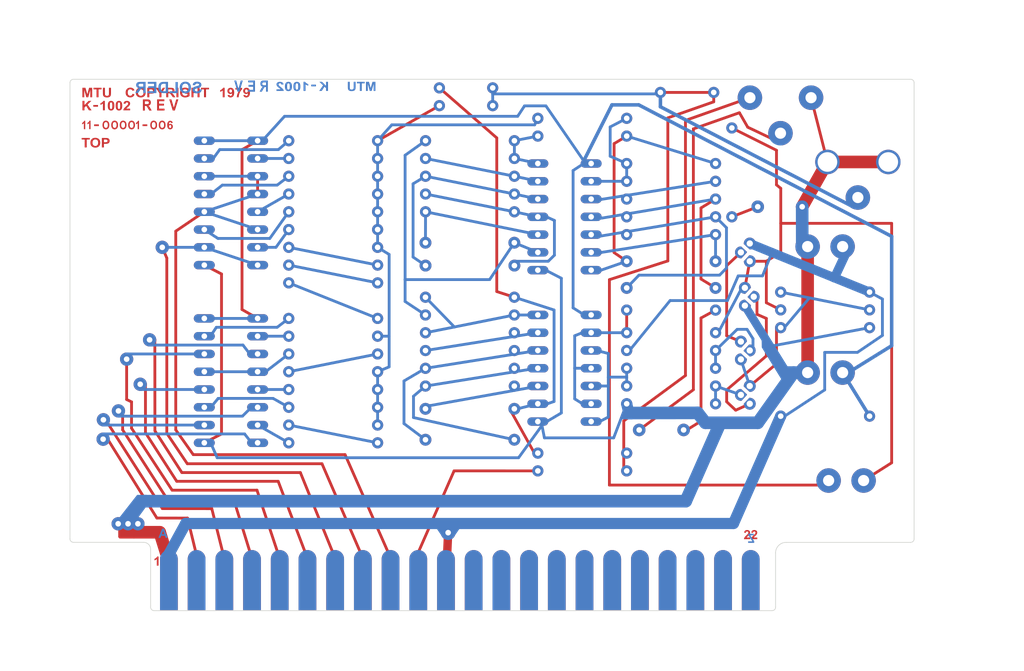
<source format=kicad_pcb>
(kicad_pcb (version 20241229) (generator "pcbnew") (generator_version "9.0")
  (layers (0 "F.Cu" signal) (2 "B.Cu" signal) (13 "F.Paste" user) (15 "B.Paste" user) (5 "F.SilkS" user "F.Silkscreen") (7 "B.SilkS" user "B.Silkscreen") (1 "F.Mask" user) (3 "B.Mask" user) (25 "Edge.Cuts" user))
  (net 0 "")
  (net 1 "GND")
  (net 3 "DBIT0")
  (net 4 "DBIT1")
  (net 5 "DBIT4")
  (net 6 "Net-(D2-A)")
  (net 7 "Net-(Q2-C)")
  (net 8 "Net-(Q1-E)")
  (net 9 "Net-(R5-Pad1)")
  (net 10 "Net-(R3-Pad1)")
  (net 11 "Net-(R4-Pad1)")
  (net 12 "+5V")
  (net 13 "Net-(R6-Pad1)")
  (net 14 "Net-(R1-Pad1)")
  (net 15 "Net-(R2-Pad1)")
  (net 16 "Net-(R17-Pad1)")
  (net 17 "Net-(R14-Pad1)")
  (net 18 "Net-(R12-Pad1)")
  (net 19 "Net-(R15-Pad1)")
  (net 20 "Net-(R11-Pad1)")
  (net 21 "Net-(R10-Pad1)")
  (net 22 "Net-(C5-Pad2)")
  (net 23 "Net-(C1-Pad2)")
  (net 24 "Net-(C6-Pad1)")
  (net 25 "Net-(C6-Pad2)")
  (net 26 "Net-(R29-Pad2)")
  (net 27 "Net-(R33-Pad2)")
  (net 28 "Net-(C2-Pad1)")
  (net 29 "Net-(C1-Pad1)")
  (net 30 "Net-(C2-Pad2)")
  (net 31 "Net-(C5-Pad1)")
  (net 32 "Net-(D1-A)")
  (net 33 "Net-(C4-Pad2)")
  (net 34 "Net-(C3-Pad1)")
  (net 35 "Net-(J2-A)")
  (net 36 "Net-(R25-Pad2)")
  (net 37 "Net-(R23-Pad1)")
  (net 38 "Net-(C4-Pad1)")
  (net 39 "Net-(J3-A)")
  (net 40 "Net-(R7-Pad1)")
  (net 41 "Net-(R8-Pad1)")
  (net 42 "Net-(R10-Pad2)")
  (net 43 "Net-(R12-Pad2)")
  (net 44 "Net-(R16-Pad1)")
  (net 45 "Net-(C7-Pad2)")
  (net 46 "Net-(Q3-C)")
  (net 47 "Net-(D1-K)")
  (net 48 "Net-(C9-Pad1)")
  (net 49 "Net-(J1-A)")
  (net 50 "Net-(R18-Pad2)")
  (net 51 "Net-(R31-Pad2)")
  (net 52 "Net-(C7-Pad1)")
  (net 53 "Net-(Q1-C)")
  (net 54 "DBIT6")
  (net 55 "DBIT3")
  (net 56 "DBIT2")
  (net 57 "DBIT7")
  (net 58 "DBIT5")
  (net 59 "Net-(R37-Pad1)")
  (net 60 "5_UNFILT")
  (net 61 "AUX")
  (net 62 "Net-(R19-Pad1)")
  (footprint "KIM-1:R_Axial_DIN0204_L3.6mm_D2.5mm_P12.70mm_Horizontal_51K" (layer "F.Cu") (at 121.36 87.82)
    (property "Reference" "R8" (hide yes))
    (property "Value" "51K 1%" (hide yes))
  )
  (footprint "KIM-1:R_Axial_DIN0204_L3.6mm_D2.5mm_P12.70mm_Horizontal_240K" (layer "F.Cu") (at 140.91 77.66)
    (property "Reference" "R21" (hide yes))
    (property "Value" "240K" (hide yes))
  )
  (footprint "KIM-1:Piher_PT15-NH-06" (layer "F.Cu") (at 191.64 63.89)
    (property "Reference" "R47" (hide yes))
    (property "Value" "1M")
  )
  (footprint "KIM-1:DIP-16_W7.62mm_LongPads" (layer "F.Cu") (at 109.29 70.04)
    (property "Reference" "U1" (hide yes))
    (property "Value" "4050" (hide yes))
  )
  (footprint "KIM-1:R_Axial_DIN0204_L3.6mm_D2.5mm_P12.70mm_Horizontal_100K" (layer "F.Cu") (at 156.96 114.691)
    (property "Reference" "R31" (hide yes))
    (property "Value" "100K" (hide yes))
  )
  (footprint "KIM-1:C_Radial_D10.0mm_H12.5mm_P5.00mm" (layer "F.Cu") (at 200.52 103.18 180)
    (property "Reference" "C11" (hide yes))
    (property "Value" "220u")
  )
  (footprint "KIM-1:C_Disc_D7.0mm_W2.5mm_P6.35mm" (layer "F.Cu") (at 171.445 111.38)
    (property "Reference" "C7" (hide yes))
    (property "Value" "100n" (hide yes))
  )
  (footprint "KIM-1:R_Axial_DIN0204_L3.6mm_D2.5mm_P12.70mm_Horizontal_100K" (layer "F.Cu") (at 169.66 73.3)
    (property "Reference" "R32" (hide yes))
    (property "Value" "100K" (hide yes))
  )
  (footprint "KIM-1:D_DO-35_SOD27_P12.70mm_Horizontal" (layer "F.Cu") (at 182.36 105.1 180)
    (property "Reference" "D1" (hide yes))
    (property "Value" "1N4148")
  )
  (footprint "KIM-1:C_Axial_L10.3mm_D4.7mm_P12.70mm_Horizontal" (layer "F.Cu") (at 140.9 112.78)
    (property "Reference" "C4" (hide yes))
    (property "Value" "470p" (hide yes))
  )
  (footprint "KIM-1:R_Axial_DIN0204_L3.6mm_D2.5mm_P12.70mm_Horizontal_100K" (layer "F.Cu") (at 156.96 69.38)
    (property "Reference" "R30" (hide yes))
    (property "Value" "100K" (hide yes))
  )
  (footprint "KIM-1:Keystone_571_RCA" (layer "F.Cu") (at 202.7 73.08)
    (property "Reference" "P1" (hide yes))
    (property "Value" "Audio Out")
  )
  (footprint "KIM-1:R_Axial_DIN0204_L3.6mm_D2.5mm_P12.70mm_Horizontal_100K" (layer "F.Cu") (at 140.9 92.41)
    (property "Reference" "R23" (hide yes))
    (property "Value" "100K" (hide yes))
  )
  (footprint "KIM-1:R_Axial_DIN0204_L3.6mm_D2.5mm_P12.70mm_Horizontal_100K" (layer "F.Cu") (at 140.91 72.58)
    (property "Reference" "R19" (hide yes))
    (property "Value" "100K" (hide yes))
  )
  (footprint "KIM-1:R_Axial_DIN0204_L3.6mm_D2.5mm_P12.70mm_Horizontal_180K" (layer "F.Cu") (at 169.66 80.92)
    (property "Reference" "R35" (hide yes))
    (property "Value" "180K" (hide yes))
  )
  (footprint "KIM-1:C_Axial_L10.3mm_D4.7mm_P12.70mm_Horizontal" (layer "F.Cu") (at 140.91 87.89)
    (property "Reference" "C2" (hide yes))
    (property "Value" "470p" (hide yes))
  )
  (footprint "KIM-1:R_Axial_DIN0204_L3.6mm_D2.5mm_P12.70mm_Horizontal_680K" (layer "F.Cu") (at 140.9 102.57)
    (property "Reference" "R27" (hide yes))
    (property "Value" "680K" (hide yes))
  )
  (footprint "KIM-1:TO-92-Custom" (layer "F.Cu") (at 187.25 105.1 90)
    (property "Reference" "Q1" (hide yes))
    (property "Value" "PN2907" (hide yes))
  )
  (footprint "KIM-1:R_Axial_DIN0204_L3.6mm_D2.5mm_P12.70mm_Horizontal_51K" (layer "F.Cu") (at 121.36 77.66)
    (property "Reference" "R4" (hide yes))
    (property "Value" "51K 1%" (hide yes))
  )
  (footprint "KIM-1:C_Radial_D10.0mm_H12.5mm_P5.00mm" (layer "F.Cu") (at 200.52 85.17 180)
    (property "Reference" "C10" (hide yes))
    (property "Value" "220u")
  )
  (footprint "KIM-1:C_Radial_D12.5mm_H20.0mm_P5.00mm" (layer "F.Cu") (at 203.52 118.61 180)
    (property "Reference" "C8" (hide yes))
    (property "Value" "1000u")
  )
  (footprint "KIM-1:R_Axial_DIN0204_L3.6mm_D2.5mm_P12.70mm_Horizontal_2R7" (layer "F.Cu") (at 184.69 68.22 -90)
    (property "Reference" "R46" (hide yes))
    (property "Value" "2R7" (hide yes))
  )
  (footprint "KIM-1:R_Axial_DIN0204_L3.6mm_D2.5mm_P12.70mm_Horizontal_100R" (layer "F.Cu") (at 191.67 96.76)
    (property "Reference" "R43" (hide yes))
    (property "Value" "100R" (hide yes))
  )
  (footprint "KIM-1:R_Axial_DIN0204_L3.6mm_D2.5mm_P12.70mm_Horizontal_51K" (layer "F.Cu") (at 121.36 70.04)
    (property "Reference" "R1" (hide yes))
    (property "Value" "51K 1%" (hide yes))
  )
  (footprint "KIM-1:R_Axial_DIN0204_L3.6mm_D2.5mm_P12.70mm_Horizontal_1K" (layer "F.Cu") (at 191.67 94.22)
    (property "Reference" "R42" (hide yes))
    (property "Value" "1K" (hide yes))
  )
  (footprint "KIM-1:R_Axial_DIN0204_L3.6mm_D2.5mm_P12.70mm_Horizontal_51K" (layer "F.Cu") (at 121.36 80.2)
    (property "Reference" "R5" (hide yes))
    (property "Value" "51K 1%" (hide yes))
  )
  (footprint "KIM-1:C_Disc_D7.0mm_W2.5mm_P6.35mm" (layer "F.Cu") (at 188.39 79.48)
    (property "Reference" "C9" (hide yes))
    (property "Value" "100n" (hide yes))
  )
  (footprint "KIM-1:Bridge_Open_P7.62mm" (layer "F.Cu") (at 142.89 65.03)
    (property "Reference" "J3" (hide yes))
    (property "Value" "Jumper_2_Open" (hide yes))
  )
  (footprint "KIM-1:DIP-14_W7.62mm_LongPads" (layer "F.Cu") (at 156.96 94.94)
    (property "Reference" "U4" (hide yes))
    (property "Value" "4069" (hide yes))
  )
  (footprint "KIM-1:R_Axial_DIN0204_L3.6mm_D2.5mm_P12.70mm_Horizontal_220K" (layer "F.Cu") (at 156.96 66.84)
    (property "Reference" "R29" (hide yes))
    (property "Value" "220K" (hide yes))
  )
  (footprint "KIM-1:R_Axial_DIN0204_L3.6mm_D2.5mm_P12.70mm_Horizontal_51K" (layer "F.Cu") (at 121.36 100.52)
    (property "Reference" "R12" (hide yes))
    (property "Value" "51K 1%" (hide yes))
  )
  (footprint "KIM-1:R_Axial_DIN0204_L3.6mm_D2.5mm_P12.70mm_Horizontal_240K" (layer "F.Cu") (at 169.66 78.38)
    (property "Reference" "R34" (hide yes))
    (property "Value" "240K" (hide yes))
  )
  (footprint "KIM-1:R_Axial_DIN0204_L3.6mm_D2.5mm_P12.70mm_Horizontal_240K" (layer "F.Cu") (at 156.96 117.231)
    (property "Reference" "R45" (hide yes))
    (property "Value" "240K" (hide yes))
  )
  (footprint "KIM-1:R_Axial_DIN0204_L3.6mm_D2.5mm_P12.70mm_Horizontal_100K" (layer "F.Cu") (at 140.91 70.04)
    (property "Reference" "R18" (hide yes))
    (property "Value" "100K" (hide yes))
  )
  (footprint "KIM-1:EDGE_CONN" (layer "F.Cu") (at 145.81 131.09 90)
    (property "Reference" "J4" (hide yes))
    (property "Value" "EDGE_CONN" (hide yes))
  )
  (footprint "KIM-1:R_Axial_DIN0204_L3.6mm_D2.5mm_P12.70mm_Horizontal_820K" (layer "F.Cu") (at 121.36 113.22)
    (property "Reference" "R17" (hide yes))
    (property "Value" "820K" (hide yes))
  )
  (footprint "KIM-1:R_Axial_DIN0204_L3.6mm_D2.5mm_P12.70mm_Horizontal_820K" (layer "F.Cu") (at 121.36 108.14)
    (property "Reference" "R15" (hide yes))
    (property "Value" "820K" (hide yes))
  )
  (footprint "KIM-1:R_Axial_DIN0204_L3.6mm_D2.5mm_P12.70mm_Horizontal_51K" (layer "F.Cu") (at 121.36 90.36)
    (property "Reference" "R9" (hide yes))
    (property "Value" "51K 1%" (hide yes))
  )
  (footprint "KIM-1:Bridge_Open_P7.62mm" (layer "F.Cu") (at 142.89 62.49)
    (property "Reference" "J2" (hide yes))
    (property "Value" "Jumper_2_Open" (hide yes))
  )
  (footprint "KIM-1:R_Axial_DIN0204_L3.6mm_D2.5mm_P12.70mm_Horizontal_390K" (layer "F.Cu") (at 121.36 105.6)
    (property "Reference" "R14" (hide yes))
    (property "Value" "390K" (hide yes))
  )
  (footprint "KIM-1:DIP-14_W7.62mm_LongPads" (layer "F.Cu") (at 156.96 73.3)
    (property "Reference" "U3" (hide yes))
    (property "Value" "4069" (hide yes))
  )
  (footprint "KIM-1:TO-92-Custom" (layer "F.Cu") (at 185.98 101.29 -90)
    (property "Reference" "Q2" (hide yes))
    (property "Value" "PN2222" (hide yes))
  )
  (footprint "KIM-1:R_Axial_DIN0204_L3.6mm_D2.5mm_P12.70mm_Horizontal_51K" (layer "F.Cu") (at 121.36 95.44)
    (property "Reference" "R10" (hide yes))
    (property "Value" "51K 1%" (hide yes))
  )
  (footprint "KIM-1:TO-92-Custom" (layer "F.Cu") (at 187.25 84.73 90)
    (property "Reference" "Q4" (hide yes))
    (property "Value" "92PU51" (hide yes))
  )
  (footprint "KIM-1:D_DO-35_SOD27_P12.70mm_Horizontal" (layer "F.Cu") (at 169.66 102.56)
    (property "Reference" "D2" (hide yes))
    (property "Value" "1N4148")
  )
  (footprint "KIM-1:R_Axial_DIN0204_L3.6mm_D2.5mm_P12.70mm_Horizontal_100K" (layer "F.Cu") (at 169.66 94.25)
    (property "Reference" "R37" (hide yes))
    (property "Value" "100K" (hide yes))
  )
  (footprint "KIM-1:R_Axial_DIN0204_L3.6mm_D2.5mm_P12.70mm_Horizontal_100K" (layer "F.Cu") (at 140.9 105.11)
    (property "Reference" "R28" (hide yes))
    (property "Value" "100K" (hide yes))
  )
  (footprint "KIM-1:R_Axial_DIN0204_L3.6mm_D2.5mm_P12.70mm_Horizontal_130K" (layer "F.Cu") (at 140.91 75.12)
    (property "Reference" "R20" (hide yes))
    (property "Value" "130K" (hide yes))
  )
  (footprint "KIM-1:R_Axial_DIN0204_L3.6mm_D2.5mm_P12.70mm_Horizontal_51K" (layer "F.Cu") (at 121.36 75.12)
    (property "Reference" "R3" (hide yes))
    (property "Value" "51K 1%" (hide yes))
  )
  (footprint "KIM-1:C_Axial_L10.3mm_D4.7mm_P12.70mm_Horizontal" (layer "F.Cu") (at 140.9 84.62)
    (property "Reference" "C1" (hide yes))
    (property "Value" "470p" (hide yes))
  )
  (footprint "KIM-1:R_Axial_DIN0204_L3.6mm_D2.5mm_P12.70mm_Horizontal_51K" (layer "F.Cu") (at 121.36 85.28)
    (property "Reference" "R7" (hide yes))
    (property "Value" "51K 1%" (hide yes))
  )
  (footprint "KIM-1:R_Axial_DIN0204_L3.6mm_D2.5mm_P12.70mm_Horizontal_100R" (layer "F.Cu") (at 191.67 91.68)
    (property "Reference" "R41" (hide yes))
    (property "Value" "100R" (hide yes))
  )
  (footprint "KIM-1:R_Axial_DIN0204_L3.6mm_D2.5mm_P12.70mm_Horizontal_51K" (layer "F.Cu") (at 121.36 97.98)
    (property "Reference" "R11" (hide yes))
    (property "Value" "51K 1%" (hide yes))
  )
  (footprint "KIM-1:Bridge_Open_P7.62mm" (layer "F.Cu") (at 182.1 63.14 180)
    (property "Reference" "J1" (hide yes))
    (property "Value" "Jumper_2_Open" (hide yes))
  )
  (footprint "KIM-1:R_Axial_DIN0204_L3.6mm_D2.5mm_P12.70mm_Horizontal_240K" (layer "F.Cu") (at 169.66 83.46)
    (property "Reference" "R36" (hide yes))
    (property "Value" "240K" (hide yes))
  )
  (footprint "KIM-1:C_Axial_L10.3mm_D4.7mm_P12.70mm_Horizontal" (layer "F.Cu") (at 182.36 87.27 180)
    (property "Reference" "C5" (hide yes))
    (property "Value" "470p" (hide yes))
  )
  (footprint "KIM-1:R_Axial_DIN0204_L3.6mm_D2.5mm_P12.70mm_Horizontal_10R" (layer "F.Cu") (at 191.67 109.41)
    (property "Reference" "R44" (hide yes))
    (property "Value" "10R" (hide yes))
  )
  (footprint "KIM-1:C_Axial_L10.3mm_D4.7mm_P12.70mm_Horizontal" (layer "F.Cu") (at 182.36 91.08 180)
    (property "Reference" "C6" (hide yes))
    (property "Value" "470p" (hide yes))
  )
  (footprint "KIM-1:R_Axial_DIN0204_L3.6mm_D2.5mm_P12.70mm_Horizontal_51K" (layer "F.Cu") (at 121.36 82.74)
    (property "Reference" "R6" (hide yes))
    (property "Value" "51K 1%" (hide yes))
  )
  (footprint "KIM-1:DIP-16_W7.62mm_LongPads" (layer "F.Cu") (at 109.29 95.44)
    (property "Reference" "U2" (hide yes))
    (property "Value" "4050" (hide yes))
  )
  (footprint "KIM-1:R_Axial_DIN0204_L3.6mm_D2.5mm_P12.70mm_Horizontal_100K" (layer "F.Cu") (at 140.9 97.49)
    (property "Reference" "R25" (hide yes))
    (property "Value" "100K" (hide yes))
  )
  (footprint "KIM-1:C_Axial_L10.3mm_D4.7mm_P12.70mm_Horizontal" (layer "F.Cu") (at 140.9 108.36)
    (property "Reference" "C3" (hide yes))
    (property "Value" "470p" (hide yes))
  )
  (footprint "KIM-1:TO-92-Custom" (layer "F.Cu") (at 186.55 93.61 -90)
    (property "Reference" "Q3" (hide yes))
    (property "Value" "92PU01" (hide yes))
  )
  (footprint "KIM-1:R_Axial_DIN0204_L3.6mm_D2.5mm_P12.70mm_Horizontal_51K" (layer "F.Cu") (at 121.36 72.58)
    (property "Reference" "R2" (hide yes))
    (property "Value" "51K 1%" (hide yes))
  )
  (footprint "KIM-1:R_Axial_DIN0204_L3.6mm_D2.5mm_P12.70mm_Horizontal_130K" (layer "F.Cu") (at 140.91 80.2)
    (property "Reference" "R22" (hide yes))
    (property "Value" "130K" (hide yes))
  )
  (footprint "KIM-1:R_Axial_DIN0204_L3.6mm_D2.5mm_P12.70mm_Horizontal_10K" (layer "F.Cu") (at 169.66 100.02)
    (property "Reference" "R39" (hide yes))
    (property "Value" "10K" (hide yes))
  )
  (footprint "KIM-1:R_Axial_DIN0204_L3.6mm_D2.5mm_P12.70mm_Horizontal_100K" (layer "F.Cu") (at 140.9 94.95)
    (property "Reference" "R24" (hide yes))
    (property "Value" "100K" (hide yes))
  )
  (footprint "KIM-1:R_Axial_DIN0204_L3.6mm_D2.5mm_P12.70mm_Horizontal_10K" (layer "F.Cu") (at 169.66 107.64)
    (property "Reference" "R40" (hide yes))
    (property "Value" "10K" (hide yes))
  )
  (footprint "KIM-1:R_Axial_DIN0204_L3.6mm_D2.5mm_P12.70mm_Horizontal_820K" (layer "F.Cu") (at 121.36 110.68)
    (property "Reference" "R16" (hide yes))
    (property "Value" "820K" (hide yes))
  )
  (footprint "KIM-1:R_Axial_DIN0204_L3.6mm_D2.5mm_P12.70mm_Horizontal_100K" (layer "F.Cu") (at 169.66 75.84)
    (property "Reference" "R33" (hide yes))
    (property "Value" "100K" (hide yes))
  )
  (footprint "KIM-1:R_Axial_DIN0204_L3.6mm_D2.5mm_P12.70mm_Horizontal_100K" (layer "F.Cu") (at 140.9 100.03)
    (property "Reference" "R26" (hide yes))
    (property "Value" "100K" (hide yes))
  )
  (footprint "KIM-1:R_Axial_DIN0204_L3.6mm_D2.5mm_P12.70mm_Horizontal_51K" (layer "F.Cu") (at 121.36 103.06)
    (property "Reference" "R13" (hide yes))
    (property "Value" "51K 1%" (hide yes))
  )
  (footprint "KIM-1:R_Axial_DIN0204_L3.6mm_D2.5mm_P12.70mm_Horizontal_820K" (layer "F.Cu") (at 169.66 97.48)
    (property "Reference" "R38" (hide yes))
    (property "Value" "820K" (hide yes))
  )
  (gr_poly (pts (xy 94.100143 65.183542) (xy 93.421453 65.183542) (xy 93.421453 64.93461) (xy 94.100143 64.93461)) (fill yes) (layer "F.Cu"))
  (gr_poly (pts (xy 186.98345 125.690902) (xy 187.06701 125.712025) (xy 187.136152 125.745664) (xy 187.193336 125.792283) (xy 187.251677 125.868464) (xy 187.286439 125.950959) (xy 187.298263 126.04185) (xy 187.291533 126.120531) (xy 187.271494 126.196322) (xy 187.238113 126.270161) (xy 187.188939 126.346824) (xy 187.121442 126.425886) (xy 187.003217 126.540191) (xy 186.849637 126.686248) (xy 186.79776 126.755308) (xy 187.298263 126.755308) (xy 187.298263 126.989) (xy 186.415178 126.989) (xy 186.431141 126.902583) (xy 186.460013 126.819309) (xy 186.502031 126.738559) (xy 186.557014 126.66179) (xy 186.64763 126.55982) (xy 186.784571 126.426679) (xy 186.932664 126.283346) (xy 186.988953 126.218468) (xy 187.021176 126.16423) (xy 187.039747 126.111421) (xy 187.045813 126.059234) (xy 187.039797 126.003422) (xy 187.023585 125.961465) (xy 186.998821 125.930164) (xy 186.964419 125.906058) (xy 186.923897 125.891613) (xy 186.875332 125.886585) (xy 186.817131 125.893979) (xy 186.771687 125.915079) (xy 186.73576 125.951147) (xy 186.709205 126.006924) (xy 186.694983 126.089795) (xy 186.444683 126.064394) (xy 186.463895 125.96498) (xy 186.494006 125.886004) (xy 186.533242 125.823862) (xy 186.580775 125.775613) (xy 186.640635 125.735989) (xy 186.709507 125.7074) (xy 186.789135 125.689618) (xy 186.881877 125.683375)) (fill yes) (layer "F.Cu"))
  (gr_poly (pts (xy 99.960584 68.396) (xy 99.768609 68.396) (xy 99.768609 67.530354) (xy 99.694664 67.602621) (xy 99.612341 67.661273) (xy 99.520642 67.706648) (xy 99.520642 67.495623) (xy 99.569048 67.471859) (xy 99.623166 67.435293) (xy 99.683918 67.383515) (xy 99.737707 67.323819) (xy 99.77749 67.259822) (xy 99.804818 67.190808) (xy 99.960584 67.190808)) (fill yes) (layer "F.Cu"))
  (gr_poly (pts (xy 98.335551 64.35216) (xy 98.425691 64.373281) (xy 98.501816 64.406712) (xy 98.566214 64.452232) (xy 98.62025 64.509667) (xy 98.658161 64.572514) (xy 98.681121 64.641961) (xy 98.689016 64.719724) (xy 98.68017 64.808833) (xy 98.653867 64.892996) (xy 98.610294 64.974295) (xy 98.542397 65.065279) (xy 98.480163 65.130023) (xy 98.360186 65.237232) (xy 98.193292 65.386104) (xy 98.136362 65.45782) (xy 98.689016 65.45782) (xy 98.689016 65.7005) (xy 97.713416 65.7005) (xy 97.730909 65.611768) (xy 97.762406 65.526065) (xy 97.808506 65.44257) (xy 97.867941 65.364612) (xy 97.967853 65.259187) (xy 98.121488 65.119272) (xy 98.289445 64.966993) (xy 98.352218 64.898519) (xy 98.385116 64.843328) (xy 98.403696 64.790959) (xy 98.409679 64.740332) (xy 98.403507 64.684527) (xy 98.386505 64.641181) (xy 98.359655 64.607452) (xy 98.323423 64.582301) (xy 98.278214 64.566593) (xy 98.221447 64.56096) (xy 98.165558 64.566781) (xy 98.120121 64.583195) (xy 98.082797 64.609842) (xy 98.055426 64.645611) (xy 98.034957 64.697835) (xy 98.023387 64.771986) (xy 97.746086 64.746185) (xy 97.767147 64.639269) (xy 97.800934 64.554916) (xy 97.845821 64.488919) (xy 97.901559 64.438136) (xy 97.969102 64.398163) (xy 98.045062 64.369072) (xy 98.130904 64.350974) (xy 98.228442 64.344659)) (fill yes) (layer "F.Cu"))
  (gr_poly (pts (xy 96.563619 67.179245) (xy 96.641873 67.199898) (xy 96.711456 67.233129) (xy 96.773627 67.278781) (xy 96.829302 67.337427) (xy 96.875453 67.405742) (xy 96.912021 67.484192) (xy 96.93909 67.574267) (xy 96.956158 67.677896) (xy 96.96217 67.79736) (xy 96.956214 67.915802) (xy 96.939295 68.018684) (xy 96.912447 68.108242) (xy 96.876157 68.186363) (xy 96.83034 68.25451) (xy 96.775082 68.312977) (xy 96.713291 68.358501) (xy 96.644047 68.39165) (xy 96.566081 68.412262) (xy 96.477836 68.419447) (xy 96.388343 68.412256) (xy 96.309532 68.391662) (xy 96.239797 68.358613) (xy 96.177822 68.313334) (xy 96.122646 68.255316) (xy 96.07672 68.187412) (xy 96.040416 68.109849) (xy 96.013608 68.021223) (xy 95.996744 67.919711) (xy 95.990816 67.803149) (xy 95.991195 67.794942) (xy 96.199155 67.794942) (xy 96.204896 67.898932) (xy 96.220753 67.983385) (xy 96.245236 68.051781) (xy 96.277679 68.106938) (xy 96.319934 68.153671) (xy 96.366564 68.186419) (xy 96.418508 68.206268) (xy 96.477165 68.21311) (xy 96.535867 68.206293) (xy 96.587636 68.186551) (xy 96.633898 68.154048) (xy 96.675612 68.107744) (xy 96.707442 68.053134) (xy 96.731638 67.984434) (xy 96.747416 67.89854) (xy 96.753159 67.791645) (xy 96.747535 67.685799) (xy 96.732124 67.601202) (xy 96.70857 67.533961) (xy 96.677688 67.480895) (xy 96.637146 67.436304) (xy 96.591037 67.404639) (xy 96.538248 67.385176) (xy 96.477165 67.378386) (xy 96.416188 67.385223) (xy 96.363248 67.404867) (xy 96.316767 67.436908) (xy 96.275664 67.48214) (xy 96.244303 67.535878) (xy 96.220429 67.603716) (xy 96.204838 67.68879) (xy 96.199155 67.794942) (xy 95.991195 67.794942) (xy 95.996462 67.681035) (xy 96.012199 67.578948) (xy 96.036612 67.493791) (xy 96.076917 67.406457) (xy 96.12979 67.328414) (xy 96.17125 67.283004) (xy 96.214335 67.247039) (xy 96.2593 67.21975) (xy 96.322837 67.193879) (xy 96.394368 67.1777) (xy 96.47515 67.17205)) (fill yes) (layer "F.Cu"))
  (gr_poly (pts (xy 95.313619 67.179245) (xy 95.391873 67.199898) (xy 95.461456 67.233129) (xy 95.523627 67.278781) (xy 95.579302 67.337427) (xy 95.625453 67.405742) (xy 95.662021 67.484192) (xy 95.68909 67.574267) (xy 95.706158 67.677896) (xy 95.71217 67.79736) (xy 95.706214 67.915802) (xy 95.689295 68.018684) (xy 95.662447 68.108242) (xy 95.626157 68.186363) (xy 95.58034 68.25451) (xy 95.525082 68.312977) (xy 95.463291 68.358501) (xy 95.394047 68.39165) (xy 95.316081 68.412262) (xy 95.227836 68.419447) (xy 95.138343 68.412256) (xy 95.059532 68.391662) (xy 94.989797 68.358613) (xy 94.927822 68.313334) (xy 94.872646 68.255316) (xy 94.82672 68.187412) (xy 94.790416 68.109849) (xy 94.763608 68.021223) (xy 94.746744 67.919711) (xy 94.740816 67.803149) (xy 94.741195 67.794942) (xy 94.949155 67.794942) (xy 94.954896 67.898932) (xy 94.970753 67.983385) (xy 94.995236 68.051781) (xy 95.027679 68.106938) (xy 95.069934 68.153671) (xy 95.116564 68.186419) (xy 95.168508 68.206268) (xy 95.227165 68.21311) (xy 95.285867 68.206293) (xy 95.337636 68.186551) (xy 95.383898 68.154048) (xy 95.425612 68.107744) (xy 95.457442 68.053134) (xy 95.481638 67.984434) (xy 95.497416 67.89854) (xy 95.503159 67.791645) (xy 95.497535 67.685799) (xy 95.482124 67.601202) (xy 95.45857 67.533961) (xy 95.427688 67.480895) (xy 95.387146 67.436304) (xy 95.341037 67.404639) (xy 95.288248 67.385176) (xy 95.227165 67.378386) (xy 95.166188 67.385223) (xy 95.113248 67.404867) (xy 95.066767 67.436908) (xy 95.025664 67.48214) (xy 94.994303 67.535878) (xy 94.970429 67.603716) (xy 94.954838 67.68879) (xy 94.949155 67.794942) (xy 94.741195 67.794942) (xy 94.746462 67.681035) (xy 94.762199 67.578948) (xy 94.786612 67.493791) (xy 94.826917 67.406457) (xy 94.87979 67.328414) (xy 94.92125 67.283004) (xy 94.964335 67.247039) (xy 95.0093 67.21975) (xy 95.072837 67.193879) (xy 95.144368 67.1777) (xy 95.22515 67.17205)) (fill yes) (layer "F.Cu"))
  (gr_poly (pts (xy 97.194631 64.353999) (xy 97.281963 64.380643) (xy 97.356997 64.423921) (xy 97.421772 64.48504) (xy 97.467377 64.550543) (xy 97.505877 64.634326) (xy 97.536088 64.740177) (xy 97.556111 64.872505) (xy 97.563432 65.036263) (xy 97.556096 65.199352) (xy 97.536003 65.331563) (xy 97.505628 65.437712) (xy 97.46684 65.522094) (xy 97.420798 65.588392) (xy 97.356612 65.648564) (xy 97.281963 65.691272) (xy 97.194772 65.717624) (xy 97.091879 65.726878) (xy 96.989487 65.717078) (xy 96.90008 65.688749) (xy 96.820876 65.642012) (xy 96.750122 65.575038) (xy 96.709307 65.515685) (xy 96.674218 65.436768) (xy 96.646212 65.33373) (xy 96.627378 65.201274) (xy 96.62053 65.036263) (xy 96.911615 65.036263) (xy 96.91966 65.255359) (xy 96.93738 65.362776) (xy 96.95857 65.421046) (xy 96.98039 65.458621) (xy 97.002278 65.481148) (xy 97.044227 65.503213) (xy 97.091879 65.510576) (xy 97.139641 65.503111) (xy 97.182011 65.480653) (xy 97.215067 65.442533) (xy 97.243545 65.373327) (xy 97.263475 65.256618) (xy 97.272231 65.036263) (xy 97.264184 64.817104) (xy 97.246466 64.70975) (xy 97.214416 64.630338) (xy 97.181568 64.590883) (xy 97.139569 64.568438) (xy 97.091879 64.56096) (xy 97.044178 64.568419) (xy 97.001747 64.590883) (xy 96.96876 64.628994) (xy 96.940302 64.698209) (xy 96.920355 64.815725) (xy 96.911615 65.036263) (xy 96.62053 65.036263) (xy 96.620414 65.03346) (xy 96.627737 64.871239) (xy 96.647804 64.739583) (xy 96.678161 64.63374) (xy 96.716957 64.549472) (xy 96.763049 64.483144) (xy 96.827234 64.422968) (xy 96.901871 64.380261) (xy 96.989033 64.353911) (xy 97.091879 64.344659)) (fill yes) (layer "F.Cu"))
  (gr_poly (pts (xy 104.938423 65.312005) (xy 105.279832 64.12733) (xy 105.579512 64.12733) (xy 105.080115 65.728) (xy 104.778151 65.728) (xy 104.28 64.12733) (xy 104.585389 64.12733)) (fill yes) (layer "F.Cu"))
  (gr_poly (pts (xy 98.983619 67.179245) (xy 99.061873 67.199898) (xy 99.131456 67.233129) (xy 99.193627 67.278781) (xy 99.249302 67.337427) (xy 99.295453 67.405742) (xy 99.332021 67.484192) (xy 99.35909 67.574267) (xy 99.376158 67.677896) (xy 99.38217 67.79736) (xy 99.376214 67.915802) (xy 99.359295 68.018684) (xy 99.332447 68.108242) (xy 99.296157 68.186363) (xy 99.25034 68.25451) (xy 99.195082 68.312977) (xy 99.133291 68.358501) (xy 99.064047 68.39165) (xy 98.986081 68.412262) (xy 98.897836 68.419447) (xy 98.808343 68.412256) (xy 98.729532 68.391662) (xy 98.659797 68.358613) (xy 98.597822 68.313334) (xy 98.542646 68.255316) (xy 98.49672 68.187412) (xy 98.460416 68.109849) (xy 98.433608 68.021223) (xy 98.416744 67.919711) (xy 98.410816 67.803149) (xy 98.411195 67.794942) (xy 98.619155 67.794942) (xy 98.624896 67.898932) (xy 98.640753 67.983385) (xy 98.665236 68.051781) (xy 98.697679 68.106938) (xy 98.739934 68.153671) (xy 98.786564 68.186419) (xy 98.838508 68.206268) (xy 98.897165 68.21311) (xy 98.955867 68.206293) (xy 99.007636 68.186551) (xy 99.053898 68.154048) (xy 99.095612 68.107744) (xy 99.127442 68.053134) (xy 99.151638 67.984434) (xy 99.167416 67.89854) (xy 99.173159 67.791645) (xy 99.167535 67.685799) (xy 99.152124 67.601202) (xy 99.12857 67.533961) (xy 99.097688 67.480895) (xy 99.057146 67.436304) (xy 99.011037 67.404639) (xy 98.958248 67.385176) (xy 98.897165 67.378386) (xy 98.836188 67.385223) (xy 98.783248 67.404867) (xy 98.736767 67.436908) (xy 98.695664 67.48214) (xy 98.664303 67.535878) (xy 98.640429 67.603716) (xy 98.624838 67.68879) (xy 98.619155 67.794942) (xy 98.411195 67.794942) (xy 98.416462 67.681035) (xy 98.432199 67.578948) (xy 98.456612 67.493791) (xy 98.496917 67.406457) (xy 98.54979 67.328414) (xy 98.59125 67.283004) (xy 98.634335 67.247039) (xy 98.6793 67.21975) (xy 98.742837 67.193879) (xy 98.814368 67.1777) (xy 98.89515 67.17205)) (fill yes) (layer "F.Cu"))
  (gr_poly (pts (xy 102.143619 67.179245) (xy 102.221873 67.199898) (xy 102.291456 67.233129) (xy 102.353627 67.278781) (xy 102.409302 67.337427) (xy 102.455453 67.405742) (xy 102.492021 67.484192) (xy 102.51909 67.574267) (xy 102.536158 67.677896) (xy 102.54217 67.79736) (xy 102.536214 67.915802) (xy 102.519295 68.018684) (xy 102.492447 68.108242) (xy 102.456157 68.186363) (xy 102.41034 68.25451) (xy 102.355082 68.312977) (xy 102.293291 68.358501) (xy 102.224047 68.39165) (xy 102.146081 68.412262) (xy 102.057836 68.419447) (xy 101.968343 68.412256) (xy 101.889532 68.391662) (xy 101.819797 68.358613) (xy 101.757822 68.313334) (xy 101.702646 68.255316) (xy 101.65672 68.187412) (xy 101.620416 68.109849) (xy 101.593608 68.021223) (xy 101.576744 67.919711) (xy 101.570816 67.803149) (xy 101.571195 67.794942) (xy 101.779155 67.794942) (xy 101.784896 67.898932) (xy 101.800753 67.983385) (xy 101.825236 68.051781) (xy 101.857679 68.106938) (xy 101.899934 68.153671) (xy 101.946564 68.186419) (xy 101.998508 68.206268) (xy 102.057165 68.21311) (xy 102.115867 68.206293) (xy 102.167636 68.186551) (xy 102.213898 68.154048) (xy 102.255612 68.107744) (xy 102.287442 68.053134) (xy 102.311638 67.984434) (xy 102.327416 67.89854) (xy 102.333159 67.791645) (xy 102.327535 67.685799) (xy 102.312124 67.601202) (xy 102.28857 67.533961) (xy 102.257688 67.480895) (xy 102.217146 67.436304) (xy 102.171037 67.404639) (xy 102.118248 67.385176) (xy 102.057165 67.378386) (xy 101.996188 67.385223) (xy 101.943248 67.404867) (xy 101.896767 67.436908) (xy 101.855664 67.48214) (xy 101.824303 67.535878) (xy 101.800429 67.603716) (xy 101.784838 67.68879) (xy 101.779155 67.794942) (xy 101.571195 67.794942) (xy 101.576462 67.681035) (xy 101.592199 67.578948) (xy 101.616612 67.493791) (xy 101.656917 67.406457) (xy 101.70979 67.328414) (xy 101.75125 67.283004) (xy 101.794335 67.247039) (xy 101.8393 67.21975) (xy 101.902837 67.193879) (xy 101.974368 67.1777) (xy 102.05515 67.17205)) (fill yes) (layer "F.Cu"))
  (gr_poly (pts (xy 95.08834 63.21564) (xy 95.091901 63.376784) (xy 95.099231 63.444306) (xy 95.117805 63.497099) (xy 95.147456 63.5416) (xy 95.188831 63.579164) (xy 95.238865 63.606258) (xy 95.302267 63.623685) (xy 95.382552 63.630025) (xy 95.46435 63.623808) (xy 95.525482 63.60715) (xy 95.570696 63.581967) (xy 95.607853 63.54688) (xy 95.63289 63.507851) (xy 95.646927 63.463925) (xy 95.655934 63.382362) (xy 95.659853 63.231549) (xy 95.659853 62.474659) (xy 95.953091 62.474659) (xy 95.953091 63.188519) (xy 95.945803 63.415329) (xy 95.929275 63.534321) (xy 95.908436 63.599493) (xy 95.879171 63.655951) (xy 95.841622 63.704873) (xy 95.795588 63.747046) (xy 95.739128 63.783994) (xy 95.670744 63.815662) (xy 95.598017 63.837285) (xy 95.506242 63.851619) (xy 95.391495 63.856878) (xy 95.252154 63.850811) (xy 95.149589 63.834887) (xy 95.075945 63.811952) (xy 95.007462 63.777866) (xy 94.951373 63.73892) (xy 94.906129 63.695146) (xy 94.853682 63.620294) (xy 94.823877 63.544461) (xy 94.803585 63.413761) (xy 94.795191 63.199565) (xy 94.795191 62.474659) (xy 95.08834 62.474659)) (fill yes) (layer "F.Cu"))
  (gr_poly (pts (xy 104.498397 67.196014) (xy 104.557863 67.210957) (xy 104.610489 67.235097) (xy 104.657344 67.26855) (xy 104.696776 67.310005) (xy 104.729079 67.3604) (xy 104.754254 67.421159) (xy 104.771723 67.494157) (xy 104.548754 67.51907) (xy 104.53954 67.473941) (xy 104.525069 67.440534) (xy 104.506109 67.416268) (xy 104.481376 67.398096) (xy 104.452037 67.386982) (xy 104.416789 67.383076) (xy 104.371395 67.390318) (xy 104.33082 67.412065) (xy 104.293398 67.45056) (xy 104.268057 67.499662) (xy 104.245678 67.586675) (xy 104.22987 67.72863) (xy 104.276497 67.683373) (xy 104.326988 67.652078) (xy 104.382278 67.633334) (xy 104.443827 67.626928) (xy 104.513597 67.633768) (xy 104.57716 67.653852) (xy 104.635958 67.687379) (xy 104.690976 67.735665) (xy 104.7353 67.792854) (xy 104.767201 67.857642) (xy 104.786953 67.93148) (xy 104.793852 68.0163) (xy 104.786512 68.10647) (xy 104.765616 68.183929) (xy 104.732055 68.250934) (xy 104.685628 68.309171) (xy 104.628176 68.35708) (xy 104.56372 68.391204) (xy 104.490873 68.412163) (xy 104.407704 68.419447) (xy 104.336601 68.41363) (xy 104.272215 68.396691) (xy 104.213309 68.368861) (xy 104.158942 68.329652) (xy 104.108531 68.277884) (xy 104.070483 68.221706) (xy 104.03859 68.150495) (xy 104.013704 68.06122) (xy 104.004253 67.997395) (xy 104.249508 67.997395) (xy 104.255987 68.069057) (xy 104.273692 68.124504) (xy 104.301165 68.167315) (xy 104.338662 68.201565) (xy 104.377556 68.220838) (xy 104.419207 68.227179) (xy 104.459592 68.221689) (xy 104.49463 68.205605) (xy 104.525746 68.178159) (xy 104.547664 68.142725) (xy 104.56264 68.09104) (xy 104.568391 68.017472) (xy 104.562306 67.941987) (xy 104.546268 67.88762) (xy 104.522449 67.849164) (xy 104.488927 67.819233) (xy 104.451194 67.801721) (xy 104.407704 67.795748) (xy 104.365692 67.80143) (xy 104.328717 67.818163) (xy 104.295376 67.846819) (xy 104.271139 67.883539) (xy 104.25535 67.932506) (xy 104.249508 67.997395) (xy 104.004253 67.997395) (xy 103.997282 67.950319) (xy 103.991294 67.813773) (xy 103.997509 67.673952) (xy 104.014571 67.560184) (xy 104.040463 67.468401) (xy 104.073703 67.394997) (xy 104.11344 67.336914) (xy 104.16579 67.283827) (xy 104.222842 67.243401) (xy 104.285261 67.214548) (xy 104.354096 67.196895) (xy 104.430711 67.190808)) (fill yes) (layer "F.Cu"))
  (gr_poly (pts (xy 113.14391 62.481213) (xy 113.222039 62.500287) (xy 113.293417 62.5316) (xy 113.359194 62.57568) (xy 113.420083 62.633835) (xy 113.46601 62.696978) (xy 113.50454 62.777163) (xy 113.534627 62.877841) (xy 113.554496 63.003075) (xy 113.561744 63.157443) (xy 113.554242 63.314196) (xy 113.533641 63.441822) (xy 113.502367 63.544863) (xy 113.462197 63.627343) (xy 113.414151 63.692673) (xy 113.350921 63.752284) (xy 113.281911 63.797711) (xy 113.206306 63.830158) (xy 113.122826 63.850024) (xy 113.029808 63.856878) (xy 112.945137 63.851025) (xy 112.872259 63.834392) (xy 112.809212 63.807821) (xy 112.754454 63.771396) (xy 112.708689 63.725826) (xy 112.670757 63.669365) (xy 112.64081 63.600147) (xy 112.619699 63.515774) (xy 112.889121 63.487583) (xy 112.900225 63.538018) (xy 112.917701 63.575583) (xy 112.94065 63.60307) (xy 112.970591 63.623522) (xy 113.00667 63.63612) (xy 113.050614 63.640576) (xy 113.104108 63.632487) (xy 113.152298 63.608087) (xy 113.197144 63.564656) (xy 113.227636 63.509472) (xy 113.254805 63.411846) (xy 113.274438 63.252816) (xy 113.21772 63.30311) (xy 113.155946 63.338041) (xy 113.087947 63.359045) (xy 113.011923 63.366243) (xy 112.929178 63.358624) (xy 112.853356 63.336195) (xy 112.782778 63.298641) (xy 112.716294 63.244408) (xy 112.662836 63.180286) (xy 112.624281 63.107281) (xy 112.600358 63.023701) (xy 112.592066 62.928199) (xy 112.865392 62.928199) (xy 112.872715 63.012325) (xy 112.892046 63.073122) (xy 112.920817 63.116309) (xy 112.961371 63.149935) (xy 113.006996 63.16961) (xy 113.059556 63.176319) (xy 113.110282 63.169894) (xy 113.154774 63.150989) (xy 113.194754 63.118617) (xy 113.223814 63.077092) (xy 113.24274 63.021897) (xy 113.249736 62.948972) (xy 113.241988 62.869107) (xy 113.220766 62.806951) (xy 113.187759 62.758637) (xy 113.142735 62.719979) (xy 113.095602 62.698163) (xy 113.044682 62.69096) (xy 112.99587 62.697179) (xy 112.953692 62.715381) (xy 112.91639 62.746437) (xy 112.890209 62.786468) (xy 112.872283 62.844929) (xy 112.865392 62.928199) (xy 112.592066 62.928199) (xy 112.591987 62.927293) (xy 112.600845 62.826865) (xy 112.626113 62.740244) (xy 112.666793 62.66497) (xy 112.7232 62.599213) (xy 112.792928 62.544975) (xy 112.870707 62.506444) (xy 112.958152 62.482843) (xy 113.05752 62.474659)) (fill yes) (layer "F.Cu"))
  (gr_poly (pts (xy 105.595259 63.8305) (xy 105.302021 63.8305) (xy 105.302021 62.474659) (xy 105.595259 62.474659)) (fill yes) (layer "F.Cu"))
  (gr_poly (pts (xy 101.855501 62.481284) (xy 101.959621 62.495019) (xy 102.037763 62.523043) (xy 102.106989 62.566744) (xy 102.16866 62.627735) (xy 102.214121 62.699618) (xy 102.242682 62.786347) (xy 102.252859 62.891599) (xy 102.246956 62.97383) (xy 102.230385 63.043075) (xy 102.20434 63.101471) (xy 102.168197 63.155237) (xy 102.127135 63.199425) (xy 102.081007 63.235093) (xy 102.00423 63.275987) (xy 101.928899 63.299308) (xy 101.81213 63.313107) (xy 101.624771 63.318762) (xy 101.433617 63.318762) (xy 101.433617 63.8305) (xy 101.140467 63.8305) (xy 101.140467 63.091909) (xy 101.433617 63.091909) (xy 101.594048 63.091909) (xy 101.753097 63.085033) (xy 101.82584 63.070312) (xy 101.878287 63.0424) (xy 101.917477 63.0028) (xy 101.942178 62.953694) (xy 101.950679 62.895803) (xy 101.945202 62.84739) (xy 101.929586 62.806636) (xy 101.904108 62.771908) (xy 101.870371 62.743479) (xy 101.831436 62.723264) (xy 101.786264 62.710909) (xy 101.720641 62.704517) (xy 101.575278 62.701511) (xy 101.433617 62.701511) (xy 101.433617 63.091909) (xy 101.140467 63.091909) (xy 101.140467 62.474659) (xy 101.610959 62.474659)) (fill yes) (layer "F.Cu"))
  (gr_poly (pts (xy 92.164726 64.943527) (xy 92.757045 64.344659) (xy 93.151305 64.344659) (xy 92.604494 64.871729) (xy 93.181054 65.7005) (xy 92.801669 65.7005) (xy 92.402451 65.065196) (xy 92.164726 65.291802) (xy 92.164726 65.7005) (xy 91.871577 65.7005) (xy 91.871577 64.344659) (xy 92.164726 64.344659)) (fill yes) (layer "F.Cu"))
  (gr_poly (pts (xy 92.270584 68.396) (xy 92.078609 68.396) (xy 92.078609 67.530354) (xy 92.004664 67.602621) (xy 91.922341 67.661273) (xy 91.830642 67.706648) (xy 91.830642 67.495623) (xy 91.879048 67.471859) (xy 91.933166 67.435293) (xy 91.993918 67.383515) (xy 92.047707 67.323819) (xy 92.08749 67.259822) (xy 92.114818 67.190808) (xy 92.270584 67.190808)) (fill yes) (layer "F.Cu"))
  (gr_poly (pts (xy 95.078347 65.7005) (xy 94.799983 65.7005) (xy 94.799983 64.726648) (xy 94.692762 64.807948) (xy 94.573395 64.873933) (xy 94.44043 64.92498) (xy 94.44043 64.687576) (xy 94.51062 64.660842) (xy 94.58909 64.619705) (xy 94.677181 64.561455) (xy 94.755176 64.494296) (xy 94.812861 64.4223) (xy 94.852486 64.344659) (xy 95.078347 64.344659)) (fill yes) (layer "F.Cu"))
  (gr_poly (pts (xy 103.578685 64.396192) (xy 102.823828 64.396192) (xy 102.823828 64.752591) (xy 103.52533 64.752591) (xy 103.52533 65.021454) (xy 102.823828 65.021454) (xy 102.823828 65.459137) (xy 103.604221 65.459137) (xy 103.604221 65.728) (xy 102.542833 65.728) (xy 102.542833 64.12733) (xy 103.578685 64.12733)) (fill yes) (layer "F.Cu"))
  (gr_poly (pts (xy 188.00419 125.690902) (xy 188.08775 125.712025) (xy 188.156892 125.745664) (xy 188.214076 125.792283) (xy 188.272417 125.868464) (xy 188.307179 125.950959) (xy 188.319002 126.04185) (xy 188.312273 126.120531) (xy 188.292233 126.196322) (xy 188.258852 126.270161) (xy 188.209679 126.346824) (xy 188.142182 126.425886) (xy 188.023957 126.540191) (xy 187.870377 126.686248) (xy 187.8185 126.755308) (xy 188.319002 126.755308) (xy 188.319002 126.989) (xy 187.435918 126.989) (xy 187.45188 126.902583) (xy 187.480752 126.819309) (xy 187.522771 126.738559) (xy 187.577754 126.66179) (xy 187.66837 126.55982) (xy 187.805311 126.426679) (xy 187.953404 126.283346) (xy 188.009693 126.218468) (xy 188.041915 126.16423) (xy 188.060486 126.111421) (xy 188.066553 126.059234) (xy 188.060537 126.003422) (xy 188.044325 125.961465) (xy 188.019561 125.930164) (xy 187.985158 125.906058) (xy 187.944636 125.891613) (xy 187.896071 125.886585) (xy 187.83787 125.893979) (xy 187.792426 125.915079) (xy 187.756499 125.951147) (xy 187.729945 126.006924) (xy 187.715722 126.089795) (xy 187.465422 126.064394) (xy 187.484634 125.96498) (xy 187.514746 125.886004) (xy 187.553982 125.823862) (xy 187.601515 125.775613) (xy 187.661375 125.735989) (xy 187.730247 125.7074) (xy 187.809875 125.689618) (xy 187.902617 125.683375)) (fill yes) (layer "F.Cu"))
  (gr_poly (pts (xy 109.53768 63.8305) (xy 109.244531 63.8305) (xy 109.244531 62.701511) (xy 108.813616 62.701511) (xy 108.813616 62.474659) (xy 109.967621 62.474659) (xy 109.967621 62.701511) (xy 109.53768 62.701511)) (fill yes) (layer "F.Cu"))
  (gr_poly (pts (xy 94.177638 63.8305) (xy 93.884489 63.8305) (xy 93.884489 62.701511) (xy 93.453574 62.701511) (xy 93.453574 62.474659) (xy 94.607579 62.474659) (xy 94.607579 62.701511) (xy 94.177638 62.701511)) (fill yes) (layer "F.Cu"))
  (gr_poly (pts (xy 106.682298 62.461165) (xy 106.795935 62.482336) (xy 106.890039 62.515175) (xy 106.967775 62.558657) (xy 107.03667 62.615855) (xy 107.091825 62.682487) (xy 107.134098 62.759698) (xy 107.163444 62.849229) (xy 106.872243 62.901986) (xy 106.84529 62.839022) (xy 106.806987 62.786783) (xy 106.756789 62.743717) (xy 106.697513 62.712202) (xy 106.627865 62.692598) (xy 106.54536 62.685684) (xy 106.450961 62.693387) (xy 106.370145 62.715336) (xy 106.300368 62.750739) (xy 106.239815 62.8001) (xy 106.19292 62.859708) (xy 106.15758 62.933896) (xy 106.134692 63.025815) (xy 106.126398 63.13939) (xy 106.134906 63.262509) (xy 106.158276 63.36143) (xy 106.194107 63.440537) (xy 106.241232 63.503409) (xy 106.303011 63.556402) (xy 106.372612 63.593863) (xy 106.451616 63.616784) (xy 106.54235 63.624749) (xy 106.633759 63.616398) (xy 106.727129 63.590705) (xy 106.814825 63.552168) (xy 106.886055 63.508108) (xy 106.886055 63.334589) (xy 106.550318 63.334589) (xy 106.550318 63.107736) (xy 107.182214 63.107736) (xy 107.182214 63.648572) (xy 107.116819 63.698116) (xy 107.02936 63.746749) (xy 106.915272 63.794065) (xy 106.79722 63.829194) (xy 106.679449 63.849981) (xy 106.56112 63.856878) (xy 106.447289 63.850917) (xy 106.344016 63.833672) (xy 106.249953 63.805811) (xy 106.163938 63.767604) (xy 106.084309 63.717974) (xy 106.015866 63.659293) (xy 105.9577 63.59099) (xy 105.909392 63.512065) (xy 105.862368 63.398956) (xy 105.833898 63.27896) (xy 105.824218 63.150601) (xy 105.830488 63.04484) (xy 105.848738 62.94748) (xy 105.878405 62.857469) (xy 105.919308 62.773887) (xy 105.972407 62.696245) (xy 106.035994 62.62872) (xy 106.11071 62.570486) (xy 106.197671 62.52115) (xy 106.293444 62.484981) (xy 106.408094 62.461837) (xy 106.54536 62.453556)) (fill yes) (layer "F.Cu"))
  (gr_poly (pts (xy 107.747087 63.007499) (xy 108.321522 63.007499) (xy 108.321522 62.474659) (xy 108.61476 62.474659) (xy 108.61476 63.8305) (xy 108.321522 63.8305) (xy 108.321522 63.234352) (xy 107.747087 63.234352) (xy 107.747087 63.8305) (xy 107.453849 63.8305) (xy 107.453849 62.474659) (xy 107.747087 62.474659)) (fill yes) (layer "F.Cu"))
  (gr_poly (pts (xy 96.067011 64.353999) (xy 96.154342 64.380643) (xy 96.229377 64.423921) (xy 96.294151 64.48504) (xy 96.339757 64.550543) (xy 96.378256 64.634326) (xy 96.408468 64.740177) (xy 96.428491 64.872505) (xy 96.435812 65.036263) (xy 96.428476 65.199352) (xy 96.408383 65.331563) (xy 96.378008 65.437712) (xy 96.33922 65.522094) (xy 96.293177 65.588392) (xy 96.228992 65.648564) (xy 96.154343 65.691272) (xy 96.067152 65.717624) (xy 95.964258 65.726878) (xy 95.861867 65.717078) (xy 95.77246 65.688749) (xy 95.693256 65.642012) (xy 95.622502 65.575038) (xy 95.581687 65.515685) (xy 95.546598 65.436768) (xy 95.518592 65.33373) (xy 95.499758 65.201274) (xy 95.492909 65.036263) (xy 95.783995 65.036263) (xy 95.79204 65.255359) (xy 95.80976 65.362776) (xy 95.83095 65.421046) (xy 95.852769 65.458621) (xy 95.874658 65.481148) (xy 95.916607 65.503213) (xy 95.964258 65.510576) (xy 96.012021 65.503111) (xy 96.05439 65.480653) (xy 96.087447 65.442533) (xy 96.115924 65.373327) (xy 96.135855 65.256618) (xy 96.14461 65.036263) (xy 96.136563 64.817104) (xy 96.118846 64.70975) (xy 96.086795 64.630338) (xy 96.053948 64.590883) (xy 96.011949 64.568438) (xy 95.964258 64.56096) (xy 95.916558 64.568419) (xy 95.874127 64.590883) (xy 95.841139 64.628994) (xy 95.812681 64.698209) (xy 95.792735 64.815725) (xy 95.783995 65.036263) (xy 95.492909 65.036263) (xy 95.492793 65.03346) (xy 95.500116 64.871239) (xy 95.520184 64.739583) (xy 95.550541 64.63374) (xy 95.589337 64.549472) (xy 95.635428 64.483144) (xy 95.699614 64.422968) (xy 95.77425 64.380261) (xy 95.861413 64.353911) (xy 95.964258 64.344659)) (fill yes) (layer "F.Cu"))
  (gr_poly (pts (xy 102.752101 130.779) (xy 102.500726 130.779) (xy 102.500726 129.834073) (xy 102.400656 129.912655) (xy 102.292401 129.974923) (xy 102.175004 130.022042) (xy 102.175004 129.798511) (xy 102.24188 129.771609) (xy 102.314058 129.731655) (xy 102.392478 129.676267) (xy 102.460594 129.613822) (xy 102.51232 129.546449) (xy 102.548793 129.473375) (xy 102.752101 129.473375)) (fill yes) (layer "F.Cu"))
  (gr_poly (pts (xy 92.487624 71.0005) (xy 92.194475 71.0005) (xy 92.194475 69.871511) (xy 91.76356 69.871511) (xy 91.76356 69.644659) (xy 92.917565 69.644659) (xy 92.917565 69.871511) (xy 92.487624 69.871511)) (fill yes) (layer "F.Cu"))
  (gr_poly (pts (xy 103.353619 67.179245) (xy 103.431873 67.199898) (xy 103.501456 67.233129) (xy 103.563627 67.278781) (xy 103.619302 67.337427) (xy 103.665453 67.405742) (xy 103.702021 67.484192) (xy 103.72909 67.574267) (xy 103.746158 67.677896) (xy 103.75217 67.79736) (xy 103.746214 67.915802) (xy 103.729295 68.018684) (xy 103.702447 68.108242) (xy 103.666157 68.186363) (xy 103.62034 68.25451) (xy 103.565082 68.312977) (xy 103.503291 68.358501) (xy 103.434047 68.39165) (xy 103.356081 68.412262) (xy 103.267836 68.419447) (xy 103.178343 68.412256) (xy 103.099532 68.391662) (xy 103.029797 68.358613) (xy 102.967822 68.313334) (xy 102.912646 68.255316) (xy 102.86672 68.187412) (xy 102.830416 68.109849) (xy 102.803608 68.021223) (xy 102.786744 67.919711) (xy 102.780816 67.803149) (xy 102.781195 67.794942) (xy 102.989155 67.794942) (xy 102.994896 67.898932) (xy 103.010753 67.983385) (xy 103.035236 68.051781) (xy 103.067679 68.106938) (xy 103.109934 68.153671) (xy 103.156564 68.186419) (xy 103.208508 68.206268) (xy 103.267165 68.21311) (xy 103.325867 68.206293) (xy 103.377636 68.186551) (xy 103.423898 68.154048) (xy 103.465612 68.107744) (xy 103.497442 68.053134) (xy 103.521638 67.984434) (xy 103.537416 67.89854) (xy 103.543159 67.791645) (xy 103.537535 67.685799) (xy 103.522124 67.601202) (xy 103.49857 67.533961) (xy 103.467688 67.480895) (xy 103.427146 67.436304) (xy 103.381037 67.404639) (xy 103.328248 67.385176) (xy 103.267165 67.378386) (xy 103.206188 67.385223) (xy 103.153248 67.404867) (xy 103.106767 67.436908) (xy 103.065664 67.48214) (xy 103.034303 67.535878) (xy 103.010429 67.603716) (xy 102.994838 67.68879) (xy 102.989155 67.794942) (xy 102.781195 67.794942) (xy 102.786462 67.681035) (xy 102.802199 67.578948) (xy 102.826612 67.493791) (xy 102.866917 67.406457) (xy 102.91979 67.328414) (xy 102.96125 67.283004) (xy 103.004335 67.247039) (xy 103.0493 67.21975) (xy 103.112837 67.193879) (xy 103.184368 67.1777) (xy 103.26515 67.17205)) (fill yes) (layer "F.Cu"))
  (gr_poly (pts (xy 98.857135 62.463432) (xy 98.971213 62.491657) (xy 99.070885 62.537143) (xy 99.158455 62.600202) (xy 99.216432 62.662972) (xy 99.266213 62.744689) (xy 99.307022 62.849229) (xy 99.016794 62.912537) (xy 98.992769 62.846111) (xy 98.957029 62.791427) (xy 98.909309 62.746602) (xy 98.851817 62.713149) (xy 98.786322 62.692765) (xy 98.710718 62.685684) (xy 98.632224 62.69274) (xy 98.563607 62.713094) (xy 98.502861 62.746483) (xy 98.448646 62.793918) (xy 98.408383 62.849601) (xy 98.37695 62.923377) (xy 98.355946 63.019778) (xy 98.348155 63.144253) (xy 98.356005 63.277231) (xy 98.376988 63.378527) (xy 98.408021 63.454483) (xy 98.447229 63.510416) (xy 98.5008 63.558359) (xy 98.560606 63.591976) (xy 98.627942 63.612405) (xy 98.704786 63.619474) (xy 98.779833 63.611529) (xy 98.846156 63.588338) (xy 98.905856 63.549489) (xy 98.953818 63.497942) (xy 98.994498 63.426285) (xy 99.026711 63.329313) (xy 99.311006 63.413724) (xy 99.270442 63.523094) (xy 99.220342 63.612759) (xy 99.161396 63.685587) (xy 99.093557 63.743781) (xy 99.015165 63.789665) (xy 98.926055 63.823242) (xy 98.824361 63.844241) (xy 98.707797 63.851602) (xy 98.593385 63.84385) (xy 98.490255 63.821383) (xy 98.396587 63.784795) (xy 98.310925 63.733874) (xy 98.232259 63.667614) (xy 98.167404 63.591676) (xy 98.116112 63.505143) (xy 98.07824 63.406484) (xy 98.054427 63.293725) (xy 98.046063 63.164532) (xy 98.054625 63.027069) (xy 98.078867 62.908392) (xy 98.117156 62.805822) (xy 98.168629 62.717074) (xy 98.233233 62.640347) (xy 98.312154 62.573596) (xy 98.399436 62.521983) (xy 98.496255 62.484647) (xy 98.604281 62.461567) (xy 98.725593 62.453556)) (fill yes) (layer "F.Cu"))
  (gr_poly (pts (xy 93.030584 68.386) (xy 92.838609 68.386) (xy 92.838609 67.520354) (xy 92.764664 67.592621) (xy 92.682341 67.651273) (xy 92.590642 67.696648) (xy 92.590642 67.485623) (xy 92.639048 67.461859) (xy 92.693166 67.425293) (xy 92.753918 67.373515) (xy 92.807707 67.313819) (xy 92.84749 67.249822) (xy 92.874818 67.180808) (xy 93.030584 67.180808)) (fill yes) (layer "F.Cu"))
  (gr_poly (pts (xy 100.33352 62.461651) (xy 100.446989 62.484886) (xy 100.547885 62.52227) (xy 100.638033 62.573629) (xy 100.718761 62.639605) (xy 100.78568 62.71646) (xy 100.838704 62.804716) (xy 100.877953 62.906051) (xy 100.902703 63.022633) (xy 100.91142 63.15703) (xy 100.902784 63.290277) (xy 100.878251 63.406019) (xy 100.839322 63.506772) (xy 100.786701 63.594658) (xy 100.720266 63.671323) (xy 100.640142 63.737099) (xy 100.550546 63.788313) (xy 100.450142 63.825606) (xy 100.33709 63.848795) (xy 100.209136 63.856878) (xy 100.079371 63.848788) (xy 99.965095 63.82562) (xy 99.863979 63.78844) (xy 99.774115 63.737501) (xy 99.69411 63.67223) (xy 99.627518 63.595838) (xy 99.574876 63.50858) (xy 99.536005 63.408876) (xy 99.511552 63.294675) (xy 99.502957 63.163543) (xy 99.503507 63.15431) (xy 99.805048 63.15431) (xy 99.813373 63.271299) (xy 99.836365 63.366309) (xy 99.871866 63.443254) (xy 99.918908 63.505305) (xy 99.980177 63.55788) (xy 100.047791 63.594721) (xy 100.12311 63.617052) (xy 100.208162 63.624749) (xy 100.293281 63.617079) (xy 100.368345 63.59487) (xy 100.435425 63.558304) (xy 100.495911 63.506212) (xy 100.542065 63.444775) (xy 100.577148 63.367488) (xy 100.600026 63.270858) (xy 100.608354 63.150601) (xy 100.600199 63.031524) (xy 100.577853 62.936352) (xy 100.5437 62.860706) (xy 100.498921 62.801007) (xy 100.440136 62.750842) (xy 100.373276 62.715219) (xy 100.296733 62.693323) (xy 100.208162 62.685684) (xy 100.119745 62.693376) (xy 100.042983 62.715475) (xy 99.975586 62.751521) (xy 99.915987 62.802408) (xy 99.870513 62.862863) (xy 99.835896 62.93918) (xy 99.813288 63.034888) (xy 99.805048 63.15431) (xy 99.503507 63.15431) (xy 99.511144 63.026165) (xy 99.533962 62.911317) (xy 99.56936 62.815515) (xy 99.627803 62.717264) (xy 99.704469 62.629466) (xy 99.764587 62.57838) (xy 99.827059 62.537919) (xy 99.892258 62.507219) (xy 99.984387 62.478114) (xy 100.088107 62.459913) (xy 100.20524 62.453556)) (fill yes) (layer "F.Cu"))
  (gr_poly (pts (xy 94.220143 67.953542) (xy 93.541453 67.953542) (xy 93.541453 67.70461) (xy 94.220143 67.70461)) (fill yes) (layer "F.Cu"))
  (gr_poly (pts (xy 95.363429 69.651284) (xy 95.467549 69.665019) (xy 95.54569 69.693043) (xy 95.614917 69.736744) (xy 95.676587 69.797735) (xy 95.722049 69.869618) (xy 95.75061 69.956347) (xy 95.760787 70.061599) (xy 95.754884 70.14383) (xy 95.738312 70.213075) (xy 95.712268 70.271471) (xy 95.676125 70.325237) (xy 95.635062 70.369425) (xy 95.588934 70.405093) (xy 95.512157 70.445987) (xy 95.436826 70.469308) (xy 95.320057 70.483107) (xy 95.132698 70.488762) (xy 94.941544 70.488762) (xy 94.941544 71.0005) (xy 94.648395 71.0005) (xy 94.648395 70.261909) (xy 94.941544 70.261909) (xy 95.101975 70.261909) (xy 95.261024 70.255033) (xy 95.333768 70.240312) (xy 95.386214 70.2124) (xy 95.425405 70.1728) (xy 95.450106 70.123694) (xy 95.458606 70.065803) (xy 95.453129 70.01739) (xy 95.437514 69.976636) (xy 95.412035 69.941908) (xy 95.378299 69.913479) (xy 95.339363 69.893264) (xy 95.294191 69.880909) (xy 95.228568 69.874517) (xy 95.083205 69.871511) (xy 94.941544 69.871511) (xy 94.941544 70.261909) (xy 94.648395 70.261909) (xy 94.648395 69.644659) (xy 95.118886 69.644659)) (fill yes) (layer "F.Cu"))
  (gr_poly (pts (xy 103.028187 63.012115) (xy 103.363038 62.474659) (xy 103.70081 62.474659) (xy 103.166837 63.261719) (xy 103.166837 63.8305) (xy 102.874662 63.8305) (xy 102.874662 63.259823) (xy 102.342725 62.474659) (xy 102.686519 62.474659)) (fill yes) (layer "F.Cu"))
  (gr_poly (pts (xy 104.621231 62.479827) (xy 104.73015 62.493023) (xy 104.802489 62.511258) (xy 104.867849 62.541805) (xy 104.923805 62.584767) (xy 104.97142 62.641501) (xy 105.006319 62.706098) (xy 105.027527 62.776959) (xy 105.034813 62.855577) (xy 105.028391 62.931054) (xy 105.009952 62.997315) (xy 104.980116 63.055943) (xy 104.938661 63.108148) (xy 104.887639 63.151315) (xy 104.824311 63.186882) (xy 104.746505 63.214643) (xy 104.651443 63.233692) (xy 104.740162 63.289312) (xy 104.808421 63.347201) (xy 104.873126 63.422489) (xy 104.975404 63.566717) (xy 105.152657 63.8305) (xy 104.802046 63.8305) (xy 104.590086 63.535888) (xy 104.484217 63.393753) (xy 104.435587 63.337392) (xy 104.391593 63.302151) (xy 104.347404 63.281255) (xy 104.29397 63.270561) (xy 104.199811 63.266005) (xy 104.140402 63.266005) (xy 104.140402 63.8305) (xy 103.847164 63.8305) (xy 103.847164 63.049704) (xy 104.140402 63.049704) (xy 104.35732 63.049704) (xy 104.549025 63.044024) (xy 104.620809 63.032888) (xy 104.667823 63.009774) (xy 104.702972 62.974856) (xy 104.724866 62.929932) (xy 104.732721 62.871898) (xy 104.728006 62.827) (xy 104.71477 62.790282) (xy 104.693587 62.760038) (xy 104.647706 62.725907) (xy 104.58318 62.70621) (xy 104.369184 62.701511) (xy 104.140402 62.701511) (xy 104.140402 63.049704) (xy 103.847164 63.049704) (xy 103.847164 62.474659) (xy 104.464274 62.474659)) (fill yes) (layer "F.Cu"))
  (gr_poly (pts (xy 115.399151 62.481213) (xy 115.47728 62.500287) (xy 115.548658 62.5316) (xy 115.614434 62.57568) (xy 115.675324 62.633835) (xy 115.721251 62.696978) (xy 115.759781 62.777163) (xy 115.789868 62.877841) (xy 115.809736 63.003075) (xy 115.816985 63.157443) (xy 115.809483 63.314196) (xy 115.788882 63.441822) (xy 115.757608 63.544863) (xy 115.717438 63.627343) (xy 115.669392 63.692673) (xy 115.606162 63.752284) (xy 115.537152 63.797711) (xy 115.461547 63.830158) (xy 115.378067 63.850024) (xy 115.285048 63.856878) (xy 115.200377 63.851025) (xy 115.1275 63.834392) (xy 115.064452 63.807821) (xy 115.009695 63.771396) (xy 114.96393 63.725826) (xy 114.925998 63.669365) (xy 114.896051 63.600147) (xy 114.87494 63.515774) (xy 115.144361 63.487583) (xy 115.155466 63.538018) (xy 115.172941 63.575583) (xy 115.195891 63.60307) (xy 115.225832 63.623522) (xy 115.261911 63.63612) (xy 115.305855 63.640576) (xy 115.359349 63.632487) (xy 115.407539 63.608087) (xy 115.452385 63.564656) (xy 115.482877 63.509472) (xy 115.510045 63.411846) (xy 115.529679 63.252816) (xy 115.472961 63.30311) (xy 115.411187 63.338041) (xy 115.343187 63.359045) (xy 115.267164 63.366243) (xy 115.184419 63.358624) (xy 115.108597 63.336195) (xy 115.038019 63.298641) (xy 114.971535 63.244408) (xy 114.918076 63.180286) (xy 114.879522 63.107281) (xy 114.855599 63.023701) (xy 114.847307 62.928199) (xy 115.120633 62.928199) (xy 115.127956 63.012325) (xy 115.147287 63.073122) (xy 115.176058 63.116309) (xy 115.216612 63.149935) (xy 115.262237 63.16961) (xy 115.314797 63.176319) (xy 115.365523 63.169894) (xy 115.410015 63.150989) (xy 115.449995 63.118617) (xy 115.479055 63.077092) (xy 115.49798 63.021897) (xy 115.504977 62.948972) (xy 115.497229 62.869107) (xy 115.476007 62.806951) (xy 115.443 62.758637) (xy 115.397976 62.719979) (xy 115.350843 62.698163) (xy 115.299923 62.69096) (xy 115.251111 62.697179) (xy 115.208933 62.715381) (xy 115.171631 62.746437) (xy 115.14545 62.786468) (xy 115.127523 62.844929) (xy 115.120633 62.928199) (xy 114.847307 62.928199) (xy 114.847228 62.927293) (xy 114.856085 62.826865) (xy 114.881354 62.740244) (xy 114.922033 62.66497) (xy 114.978441 62.599213) (xy 115.048169 62.544975) (xy 115.125947 62.506444) (xy 115.213393 62.482843) (xy 115.312761 62.474659)) (fill yes) (layer "F.Cu"))
  (gr_poly (pts (xy 92.302403 62.474659) (xy 92.565892 63.399545) (xy 92.826371 62.474659) (xy 93.266228 62.474659) (xy 93.266228 63.8305) (xy 92.993796 63.8305) (xy 92.993796 62.763253) (xy 92.705605 63.8305) (xy 92.423257 63.8305) (xy 92.13604 62.763253) (xy 92.13604 63.8305) (xy 91.863608 63.8305) (xy 91.863608 62.474659)) (fill yes) (layer "F.Cu"))
  (gr_poly (pts (xy 114.693349 62.680409) (xy 114.62003 62.756494) (xy 114.540304 62.858533) (xy 114.453588 62.991589) (xy 114.378928 63.12935) (xy 114.317051 63.27285) (xy 114.267835 63.422626) (xy 114.231131 63.576229) (xy 114.210894 63.711481) (xy 114.204973 63.8305) (xy 113.936526 63.8305) (xy 113.946587 63.691516) (xy 113.970268 63.549868) (xy 114.008107 63.404999) (xy 114.060833 63.256361) (xy 114.148863 63.066246) (xy 114.253354 62.892288) (xy 114.374346 62.733165) (xy 113.741388 62.733165) (xy 113.741388 62.490486) (xy 114.693349 62.490486)) (fill yes) (layer "F.Cu"))
  (gr_poly (pts (xy 112.198347 63.8305) (xy 111.919983 63.8305) (xy 111.919983 62.856648) (xy 111.812762 62.937948) (xy 111.693395 63.003933) (xy 111.56043 63.05498) (xy 111.56043 62.817576) (xy 111.63062 62.790842) (xy 111.70909 62.749705) (xy 111.797181 62.691455) (xy 111.875176 62.624296) (xy 111.932861 62.5523) (xy 111.972486 62.474659) (xy 112.198347 62.474659)) (fill yes) (layer "F.Cu"))
  (gr_poly (pts (xy 101.259601 64.143474) (xy 101.363807 64.159036) (xy 101.431387 64.180414) (xy 101.491009 64.215019) (xy 101.544278 64.26405) (xy 101.591659 64.329891) (xy 101.625619 64.402945) (xy 101.646881 64.487119) (xy 101.654357 64.584587) (xy 101.642677 64.706673) (xy 101.6101 64.805851) (xy 101.558546 64.886764) (xy 101.487341 64.952493) (xy 101.397926 65.000453) (xy 101.28627 65.030672) (xy 101.370295 65.095947) (xy 101.436058 65.164713) (xy 101.497915 65.253174) (xy 101.597576 65.425369) (xy 101.767087 65.738) (xy 101.431387 65.738) (xy 101.227103 65.390882) (xy 101.123642 65.220644) (xy 101.077211 65.154161) (xy 101.035001 65.111962) (xy 100.993649 65.087337) (xy 100.942635 65.074454) (xy 100.851958 65.068969) (xy 100.793828 65.068969) (xy 100.793828 65.738) (xy 100.512833 65.738) (xy 100.512833 64.812612) (xy 100.793828 64.812612) (xy 101.002888 64.812612) (xy 101.177451 64.807356) (xy 101.246721 64.796785) (xy 101.29356 64.773289) (xy 101.331529 64.732891) (xy 101.355246 64.679666) (xy 101.364123 64.605006) (xy 101.355288 64.533508) (xy 101.331529 64.482103) (xy 101.293198 64.442906) (xy 101.243296 64.418209) (xy 101.185884 64.410384) (xy 101.014514 64.406192) (xy 100.793828 64.406192) (xy 100.793828 64.812612) (xy 100.512833 64.812612) (xy 100.512833 64.13733) (xy 101.106276 64.13733)) (fill yes) (layer "F.Cu"))
  (gr_poly (pts (xy 97.773619 67.179245) (xy 97.851873 67.199898) (xy 97.921456 67.233129) (xy 97.983627 67.278781) (xy 98.039302 67.337427) (xy 98.085453 67.405742) (xy 98.122021 67.484192) (xy 98.14909 67.574267) (xy 98.166158 67.677896) (xy 98.17217 67.79736) (xy 98.166214 67.915802) (xy 98.149295 68.018684) (xy 98.122447 68.108242) (xy 98.086157 68.186363) (xy 98.04034 68.25451) (xy 97.985082 68.312977) (xy 97.923291 68.358501) (xy 97.854047 68.39165) (xy 97.776081 68.412262) (xy 97.687836 68.419447) (xy 97.598343 68.412256) (xy 97.519532 68.391662) (xy 97.449797 68.358613) (xy 97.387822 68.313334) (xy 97.332646 68.255316) (xy 97.28672 68.187412) (xy 97.250416 68.109849) (xy 97.223608 68.021223) (xy 97.206744 67.919711) (xy 97.200816 67.803149) (xy 97.201195 67.794942) (xy 97.409155 67.794942) (xy 97.414896 67.898932) (xy 97.430753 67.983385) (xy 97.455236 68.051781) (xy 97.487679 68.106938) (xy 97.529934 68.153671) (xy 97.576564 68.186419) (xy 97.628508 68.206268) (xy 97.687165 68.21311) (xy 97.745867 68.206293) (xy 97.797636 68.186551) (xy 97.843898 68.154048) (xy 97.885612 68.107744) (xy 97.917442 68.053134) (xy 97.941638 67.984434) (xy 97.957416 67.89854) (xy 97.963159 67.791645) (xy 97.957535 67.685799) (xy 97.942124 67.601202) (xy 97.91857 67.533961) (xy 97.887688 67.480895) (xy 97.847146 67.436304) (xy 97.801037 67.404639) (xy 97.748248 67.385176) (xy 97.687165 67.378386) (xy 97.626188 67.385223) (xy 97.573248 67.404867) (xy 97.526767 67.436908) (xy 97.485664 67.48214) (xy 97.454303 67.535878) (xy 97.430429 67.603716) (xy 97.414838 67.68879) (xy 97.409155 67.794942) (xy 97.201195 67.794942) (xy 97.206462 67.681035) (xy 97.222199 67.578948) (xy 97.246612 67.493791) (xy 97.286917 67.406457) (xy 97.33979 67.328414) (xy 97.38125 67.283004) (xy 97.424335 67.247039) (xy 97.4693 67.21975) (xy 97.532837 67.193879) (xy 97.604368 67.1777) (xy 97.68515 67.17205)) (fill yes) (layer "F.Cu"))
  (gr_poly (pts (xy 93.841448 69.631651) (xy 93.954917 69.654886) (xy 94.055812 69.69227) (xy 94.145961 69.743629) (xy 94.226688 69.809605) (xy 94.293607 69.88646) (xy 94.346631 69.974716) (xy 94.385881 70.076051) (xy 94.41063 70.192633) (xy 94.419347 70.32703) (xy 94.410712 70.460277) (xy 94.386179 70.576019) (xy 94.347249 70.676772) (xy 94.294628 70.764658) (xy 94.228193 70.841323) (xy 94.14807 70.907099) (xy 94.058473 70.958313) (xy 93.958069 70.995606) (xy 93.845018 71.018795) (xy 93.717063 71.026878) (xy 93.587299 71.018788) (xy 93.473022 70.99562) (xy 93.371906 70.95844) (xy 93.282042 70.907501) (xy 93.202038 70.84223) (xy 93.135445 70.765838) (xy 93.082803 70.67858) (xy 93.043933 70.578876) (xy 93.01948 70.464675) (xy 93.010884 70.333543) (xy 93.011434 70.32431) (xy 93.312976 70.32431) (xy 93.3213 70.441299) (xy 93.344293 70.536309) (xy 93.379793 70.613254) (xy 93.426836 70.675305) (xy 93.488105 70.72788) (xy 93.555719 70.764721) (xy 93.631037 70.787052) (xy 93.716089 70.794749) (xy 93.801208 70.787079) (xy 93.876272 70.76487) (xy 93.943353 70.728304) (xy 94.003838 70.676212) (xy 94.049992 70.614775) (xy 94.085075 70.537488) (xy 94.107954 70.440858) (xy 94.116281 70.320601) (xy 94.108126 70.201524) (xy 94.085781 70.106352) (xy 94.051627 70.030706) (xy 94.006848 69.971007) (xy 93.948063 69.920842) (xy 93.881204 69.885219) (xy 93.80466 69.863323) (xy 93.716089 69.855684) (xy 93.627673 69.863376) (xy 93.550911 69.885475) (xy 93.483513 69.921521) (xy 93.423914 69.972408) (xy 93.37844 70.032863) (xy 93.343824 70.10918) (xy 93.321216 70.204888) (xy 93.312976 70.32431) (xy 93.011434 70.32431) (xy 93.019071 70.196165) (xy 93.041889 70.081317) (xy 93.077288 69.985515) (xy 93.13573 69.887264) (xy 93.212397 69.799466) (xy 93.272514 69.74838) (xy 93.334986 69.707919) (xy 93.400186 69.677219) (xy 93.492315 69.648114) (xy 93.596034 69.629913) (xy 93.713168 69.623556)) (fill yes) (layer "F.Cu"))
  (gr_poly (pts (xy 101.140143 67.953542) (xy 100.461453 67.953542) (xy 100.461453 67.70461) (xy 101.140143 67.70461)) (fill yes) (layer "F.Cu"))
  (gr_poly (pts (xy 126.690608 62.200063) (xy 126.690608 61.623375) (xy 126.973649 61.623375) (xy 126.973649 62.929) (xy 126.690608 62.929) (xy 126.690608 62.535439) (xy 126.461081 62.317226) (xy 126.075629 62.929) (xy 125.709326 62.929) (xy 126.266004 62.130924) (xy 125.738049 61.623375) (xy 126.118714 61.623375)) (fill yes) (layer "B.Cu"))
  (gr_poly (pts (xy 122.629523 61.632284) (xy 122.722697 61.657658) (xy 122.802481 61.698784) (xy 122.871093 61.756732) (xy 122.920363 61.820602) (xy 122.961835 61.901749) (xy 122.994285 62.003673) (xy 123.015737 62.130452) (xy 123.023565 62.286665) (xy 123.01612 62.448264) (xy 122.995987 62.575814) (xy 122.966049 62.675036) (xy 122.928541 62.75103) (xy 122.884911 62.808185) (xy 122.809277 62.872679) (xy 122.724611 62.917684) (xy 122.629038 62.944964) (xy 122.519585 62.954401) (xy 122.409595 62.94549) (xy 122.316391 62.920113) (xy 122.236594 62.878987) (xy 122.167982 62.821044) (xy 122.118764 62.757201) (xy 122.077301 62.675945) (xy 122.044831 62.573727) (xy 122.023352 62.446413) (xy 122.01551 62.289364) (xy 122.326795 62.289364) (xy 122.336154 62.501558) (xy 122.357459 62.613945) (xy 122.387901 62.680587) (xy 122.423237 62.717296) (xy 122.468528 62.738922) (xy 122.519585 62.74611) (xy 122.570523 62.73902) (xy 122.615365 62.717772) (xy 122.638763 62.69608) (xy 122.662087 62.659896) (xy 122.684739 62.603784) (xy 122.70368 62.500346) (xy 122.71228 62.289364) (xy 122.702937 62.076994) (xy 122.681615 61.963831) (xy 122.651195 61.89718) (xy 122.615932 61.86048) (xy 122.570575 61.838848) (xy 122.519585 61.831665) (xy 122.468605 61.838866) (xy 122.42371 61.86048) (xy 122.388597 61.898474) (xy 122.354336 61.974944) (xy 122.335397 62.078322) (xy 122.326795 62.289364) (xy 122.01551 62.289364) (xy 122.023337 62.131672) (xy 122.04474 62.004244) (xy 122.077035 61.902314) (xy 122.11819 61.821634) (xy 122.166941 61.758557) (xy 122.236182 61.699702) (xy 122.316392 61.658027) (xy 122.409746 61.632369) (xy 122.519585 61.623375)) (fill yes) (layer "B.Cu"))
  (gr_poly (pts (xy 123.750389 61.698141) (xy 123.812052 61.767471) (xy 123.895426 61.832142) (xy 123.989592 61.888234) (xy 124.073474 61.927848) (xy 124.148504 61.953591) (xy 124.148504 62.182203) (xy 124.00637 62.133046) (xy 123.87877 62.069506) (xy 123.764155 61.991217) (xy 123.764155 62.929) (xy 123.466594 62.929) (xy 123.466594 61.623375) (xy 123.708031 61.623375)) (fill yes) (layer "B.Cu"))
  (gr_poly (pts (xy 104.04 126.799) (xy 103.761141 126.799) (xy 103.653662 126.504345) (xy 103.133333 126.504345) (xy 103.019663 126.799) (xy 102.733661 126.799) (xy 102.938523 126.285894) (xy 103.217634 126.285894) (xy 103.572855 126.285894) (xy 103.39703 125.79819) (xy 103.217634 126.285894) (xy 102.938523 126.285894) (xy 103.254942 125.493375) (xy 103.532927 125.493375)) (fill yes) (layer "B.Cu"))
  (gr_poly (pts (xy 132.821779 61.623375) (xy 133.073276 62.514006) (xy 133.327679 61.623375) (xy 133.751343 61.623375) (xy 133.751343 62.929) (xy 133.488306 62.929) (xy 133.488306 61.901281) (xy 133.210992 62.929) (xy 132.938381 62.929) (xy 132.660127 61.901281) (xy 132.660127 62.929) (xy 132.39709 62.929) (xy 132.39709 61.623375)) (fill yes) (layer "B.Cu"))
  (gr_poly (pts (xy 125.248546 62.273542) (xy 124.569856 62.273542) (xy 124.569856 62.02461) (xy 125.248546 62.02461)) (fill yes) (layer "B.Cu"))
  (gr_poly (pts (xy 105.507848 63.238) (xy 104.344587 63.238) (xy 104.344587 62.969137) (xy 105.174164 62.969137) (xy 105.174164 61.649835) (xy 105.507848 61.649835)) (fill yes) (layer "B.Cu"))
  (gr_poly (pts (xy 131.800148 62.929) (xy 131.517107 62.929) (xy 131.517107 61.841826) (xy 131.101992 61.841826) (xy 131.101992 61.623375) (xy 132.216203 61.623375) (xy 132.216203 61.841826) (xy 131.800148 61.841826)) (fill yes) (layer "B.Cu"))
  (gr_poly (pts (xy 102.439502 61.631077) (xy 102.439502 63.238) (xy 101.182744 63.238) (xy 101.182744 62.969137) (xy 102.105918 62.969137) (xy 102.105918 62.525201) (xy 101.276341 62.525201) (xy 101.276341 62.256339) (xy 102.105918 62.256339) (xy 102.105918 61.899939) (xy 101.214279 61.899939) (xy 101.214279 61.631077)) (fill yes) (layer "B.Cu"))
  (gr_poly (pts (xy 108.399895 61.6129) (xy 108.507362 61.632121) (xy 108.598965 61.662242) (xy 108.683329 61.706409) (xy 108.751423 61.760806) (xy 108.805301 61.825885) (xy 108.845325 61.899906) (xy 108.868933 61.976356) (xy 108.876834 62.056548) (xy 108.86725 62.149089) (xy 108.839161 62.232851) (xy 108.79229 62.309867) (xy 108.724701 62.381489) (xy 108.646541 62.435073) (xy 108.525654 62.488996) (xy 108.348197 62.54181) (xy 108.081109 62.612933) (xy 108.003988 62.647045) (xy 107.961014 62.681321) (xy 107.935431 62.724267) (xy 107.926659 62.776576) (xy 107.935358 62.831161) (xy 107.96168 62.881347) (xy 108.008367 62.928983) (xy 108.066705 62.96314) (xy 108.145621 62.985721) (xy 108.251276 62.994147) (xy 108.350131 62.985253) (xy 108.429359 62.960552) (xy 108.493076 62.921558) (xy 108.543637 62.867457) (xy 108.583656 62.793353) (xy 108.611961 62.694022) (xy 108.936578 62.725285) (xy 108.910041 62.856459) (xy 108.867163 62.965426) (xy 108.809182 63.055821) (xy 108.735985 63.130337) (xy 108.649057 63.18794) (xy 108.542677 63.231264) (xy 108.412856 63.259196) (xy 108.254701 63.269263) (xy 108.111785 63.261996) (xy 107.993182 63.241831) (xy 107.895124 63.210742) (xy 107.805095 63.164082) (xy 107.731357 63.104684) (xy 107.671962 63.031761) (xy 107.627835 62.948797) (xy 107.601791 62.863171) (xy 107.593075 62.77345) (xy 107.601016 62.673766) (xy 107.623436 62.589477) (xy 107.659066 62.517874) (xy 107.708321 62.454111) (xy 107.768769 62.399958) (xy 107.841625 62.354817) (xy 107.975401 62.300667) (xy 108.201707 62.23846) (xy 108.366486 62.194311) (xy 108.460811 62.158597) (xy 108.508289 62.130309) (xy 108.545782 62.085012) (xy 108.557858 62.03271) (xy 108.551904 61.993689) (xy 108.534573 61.961022) (xy 108.504864 61.933059) (xy 108.447016 61.902292) (xy 108.372576 61.88227) (xy 108.277168 61.874929) (xy 108.184589 61.881981) (xy 108.116022 61.900774) (xy 108.065895 61.928956) (xy 108.026503 61.969705) (xy 107.995514 62.027224) (xy 107.974011 62.106276) (xy 107.640327 62.093771) (xy 107.65425 61.985541) (xy 107.686545 61.892004) (xy 107.736605 61.810454) (xy 107.805456 61.739032) (xy 107.886879 61.684404) (xy 107.988921 61.642914) (xy 108.116076 61.615891) (xy 108.273844 61.606066)) (fill yes) (layer "B.Cu"))
  (gr_poly (pts (xy 100.898931 63.238) (xy 100.565246 63.238) (xy 100.565246 62.568969) (xy 100.497643 62.568969) (xy 100.390496 62.574368) (xy 100.329692 62.587043) (xy 100.279407 62.611809) (xy 100.229345 62.653575) (xy 100.174008 62.720374) (xy 100.053536 62.88883) (xy 99.81234 63.238) (xy 99.41337 63.238) (xy 99.615071 62.925369) (xy 99.731456 62.754432) (xy 99.805086 62.665201) (xy 99.882761 62.596592) (xy 99.983716 62.530672) (xy 99.875542 62.508096) (xy 99.787005 62.475194) (xy 99.714942 62.43304) (xy 99.656883 62.381879) (xy 99.609709 62.320007) (xy 99.575758 62.250521) (xy 99.554776 62.171991) (xy 99.549048 62.101879) (xy 99.891228 62.101879) (xy 99.900166 62.17066) (xy 99.92508 62.223903) (xy 99.965077 62.265287) (xy 100.018576 62.292682) (xy 100.100261 62.305881) (xy 100.318408 62.312612) (xy 100.565246 62.312612) (xy 100.565246 61.899939) (xy 100.304908 61.899939) (xy 100.061395 61.905508) (xy 99.987969 61.928852) (xy 99.935759 61.969304) (xy 99.911655 62.005149) (xy 99.896593 62.048666) (xy 99.891228 62.101879) (xy 99.549048 62.101879) (xy 99.547468 62.082535) (xy 99.555759 61.989359) (xy 99.579892 61.905375) (xy 99.619605 61.828816) (xy 99.673788 61.761575) (xy 99.737462 61.710657) (xy 99.811837 61.674454) (xy 99.894154 61.652842) (xy 100.018096 61.637202) (xy 100.196702 61.631077) (xy 100.898931 61.631077)) (fill yes) (layer "B.Cu"))
  (gr_poly (pts (xy 130.086003 62.352232) (xy 130.089786 62.49746) (xy 130.098483 62.576001) (xy 130.112037 62.618301) (xy 130.13621 62.655885) (xy 130.172086 62.689672) (xy 130.215741 62.713922) (xy 130.274764 62.729964) (xy 130.353742 62.73595) (xy 130.431258 62.729845) (xy 130.492475 62.713063) (xy 130.540783 62.686973) (xy 130.580732 62.6508) (xy 130.60936 62.607947) (xy 130.627294 62.557109) (xy 130.634371 62.492088) (xy 130.637808 62.336912) (xy 130.637808 61.623375) (xy 130.920849 61.623375) (xy 130.920849 62.321433) (xy 130.912745 62.527696) (xy 130.893152 62.653555) (xy 130.864375 62.726579) (xy 130.813736 62.798659) (xy 130.770052 62.840812) (xy 130.715898 62.878315) (xy 130.649776 62.911139) (xy 130.578672 62.933225) (xy 130.479643 62.948558) (xy 130.345108 62.954401) (xy 130.234317 62.949337) (xy 130.145707 62.935534) (xy 130.075488 62.914711) (xy 130.009462 62.884217) (xy 129.954948 62.848637) (xy 129.910502 62.808026) (xy 129.874248 62.760916) (xy 129.845992 62.706549) (xy 129.825872 62.643791) (xy 129.809914 62.529205) (xy 129.802876 62.310796) (xy 129.802876 61.623375) (xy 130.086003 61.623375)) (fill yes) (layer "B.Cu"))
  (gr_poly (pts (xy 187.820938 126.436906) (xy 187.322756 126.436906) (xy 187.884044 127.282768) (xy 187.884044 127.519) (xy 187.016353 127.519) (xy 187.016353 127.300549) (xy 187.62384 127.300549) (xy 187.039453 126.42103) (xy 187.039453 126.218455) (xy 187.820938 126.218455)) (fill yes) (layer "B.Cu"))
  (gr_poly (pts (xy 116.535568 61.43733) (xy 116.535568 63.038) (xy 115.536615 63.038) (xy 115.536615 62.769137) (xy 116.271102 62.769137) (xy 116.271102 62.331454) (xy 115.610865 62.331454) (xy 115.610865 62.062591) (xy 116.271102 62.062591) (xy 116.271102 61.706192) (xy 115.560648 61.706192) (xy 115.560648 61.43733)) (fill yes) (layer "B.Cu"))
  (gr_poly (pts (xy 118.375568 63.038) (xy 118.111102 63.038) (xy 118.111102 62.368969) (xy 118.056392 62.368969) (xy 117.971049 62.374454) (xy 117.923035 62.387337) (xy 117.884115 62.411962) (xy 117.844389 62.454161) (xy 117.800689 62.520644) (xy 117.703314 62.690882) (xy 117.511046 63.038) (xy 117.195094 63.038) (xy 117.354633 62.725369) (xy 117.448432 62.553174) (xy 117.50665 62.464713) (xy 117.568545 62.395947) (xy 117.647627 62.330672) (xy 117.54254 62.300453) (xy 117.458384 62.252493) (xy 117.391367 62.186764) (xy 117.342846 62.105851) (xy 117.312185 62.006673) (xy 117.303031 61.905006) (xy 117.574354 61.905006) (xy 117.582708 61.979666) (xy 117.605031 62.032891) (xy 117.640766 62.073289) (xy 117.684849 62.096785) (xy 117.750045 62.107356) (xy 117.91434 62.112612) (xy 118.111102 62.112612) (xy 118.111102 61.706192) (xy 117.903398 61.706192) (xy 117.742109 61.710384) (xy 117.688073 61.718209) (xy 117.641107 61.742906) (xy 117.605031 61.782103) (xy 117.58267 61.833508) (xy 117.574354 61.905006) (xy 117.303031 61.905006) (xy 117.301193 61.884587) (xy 117.308229 61.787119) (xy 117.32824 61.702945) (xy 117.360202 61.629891) (xy 117.404796 61.56405) (xy 117.454931 61.515019) (xy 117.511046 61.480414) (xy 117.574651 61.459036) (xy 117.672728 61.443474) (xy 117.817034 61.43733) (xy 118.375568 61.43733)) (fill yes) (layer "B.Cu"))
  (gr_poly (pts (xy 106.714329 61.6136) (xy 106.832355 61.635172) (xy 106.937191 61.669667) (xy 107.011384 61.706053) (xy 107.082473 61.754006) (xy 107.150882 61.814552) (xy 107.238123 61.91861) (xy 107.304627 62.035055) (xy 107.344908 62.148598) (xy 107.370873 62.284714) (xy 107.38019 62.447532) (xy 107.370408 62.602948) (xy 107.342582 62.738297) (xy 107.29835 62.856465) (xy 107.238447 62.959882) (xy 107.16267 63.050421) (xy 107.07163 63.127779) (xy 106.969372 63.188151) (xy 106.854308 63.232216) (xy 106.724269 63.259675) (xy 106.576606 63.269263) (xy 106.431003 63.259683) (xy 106.302358 63.2322) (xy 106.188105 63.188001) (xy 106.086151 63.127303) (xy 105.994976 63.049346) (xy 105.919377 62.958484) (xy 105.859498 62.854322) (xy 105.815199 62.734912) (xy 105.787282 62.597736) (xy 105.777456 62.439814) (xy 105.777931 62.432193) (xy 106.122324 62.432193) (xy 106.1318 62.57472) (xy 106.157834 62.689246) (xy 106.197756 62.780845) (xy 106.250276 62.853659) (xy 106.319105 62.915398) (xy 106.395437 62.958735) (xy 106.480855 62.985057) (xy 106.577715 62.994147) (xy 106.674498 62.985024) (xy 106.760205 62.958558) (xy 106.837145 62.914895) (xy 106.906865 62.852584) (xy 106.960396 62.779042) (xy 107.000793 62.687847) (xy 107.026958 62.575243) (xy 107.03643 62.43659) (xy 107.027054 62.295053) (xy 107.001327 62.181621) (xy 106.961936 62.091171) (xy 106.91019 62.019521) (xy 106.84237 61.95921) (xy 106.765677 61.916489) (xy 106.678327 61.890298) (xy 106.577715 61.881182) (xy 106.476927 61.890235) (xy 106.389826 61.916186) (xy 106.313745 61.958405) (xy 106.246851 62.01786) (xy 106.195896 62.088615) (xy 106.157031 62.178269) (xy 106.131604 62.291066) (xy 106.122324 62.432193) (xy 105.777931 62.432193) (xy 105.787375 62.280528) (xy 105.815538 62.142357) (xy 105.860201 62.022256) (xy 105.920539 61.917657) (xy 105.996688 61.826569) (xy 106.088551 61.748375) (xy 106.191134 61.687506) (xy 106.305945 61.643198) (xy 106.435065 61.615661) (xy 106.581039 61.606066)) (fill yes) (layer "B.Cu"))
  (gr_poly (pts (xy 120.203515 61.629457) (xy 120.295277 61.646884) (xy 120.376476 61.674898) (xy 120.448677 61.713391) (xy 120.508259 61.762293) (xy 120.556242 61.825845) (xy 120.592359 61.907074) (xy 120.614872 62.01003) (xy 120.318447 62.034875) (xy 120.306079 61.963471) (xy 120.284199 61.913181) (xy 120.254941 61.878737) (xy 120.215042 61.853076) (xy 120.166471 61.83727) (xy 120.106728 61.831665) (xy 120.046046 61.83709) (xy 119.997719 61.852216) (xy 119.958989 61.876435) (xy 119.930287 61.908915) (xy 119.912112 61.950656) (xy 119.905515 62.004394) (xy 119.91191 62.053146) (xy 119.931772 62.103575) (xy 119.966939 62.156722) (xy 120.034041 62.22266) (xy 120.213581 62.369299) (xy 120.377811 62.504032) (xy 120.484614 62.605553) (xy 120.548148 62.680623) (xy 120.597427 62.761026) (xy 120.631097 62.843555) (xy 120.649796 62.929) (xy 119.606912 62.929) (xy 119.606912 62.695308) (xy 120.197681 62.695308) (xy 120.136825 62.626248) (xy 119.958421 62.48289) (xy 119.83017 62.379652) (xy 119.763643 62.317306) (xy 119.691064 62.229691) (xy 119.644486 62.151404) (xy 119.616368 62.070357) (xy 119.606912 61.984549) (xy 119.615352 61.909666) (xy 119.639896 61.842791) (xy 119.680421 61.782271) (xy 119.738184 61.726964) (xy 119.807024 61.68313) (xy 119.888398 61.650937) (xy 119.984755 61.630599) (xy 120.099251 61.623375)) (fill yes) (layer "B.Cu"))
  (gr_poly (pts (xy 104.107421 63.238) (xy 103.479647 63.238) (xy 103.304316 63.228415) (xy 103.184348 63.204001) (xy 103.088945 63.167592) (xy 103.011686 63.124676) (xy 102.949902 63.075725) (xy 102.880916 62.998364) (xy 102.82181 62.904586) (xy 102.772884 62.791914) (xy 102.745761 62.694954) (xy 102.728385 62.581757) (xy 102.722207 62.449877) (xy 102.722868 62.435124) (xy 103.067075 62.435124) (xy 103.076696 62.612329) (xy 103.100927 62.730756) (xy 103.127992 62.801328) (xy 103.157307 62.851831) (xy 103.188277 62.886583) (xy 103.247482 62.926394) (xy 103.32298 62.953701) (xy 103.394647 62.964481) (xy 103.524682 62.969137) (xy 103.773837 62.969137) (xy 103.773837 61.899939) (xy 103.623921 61.899939) (xy 103.436522 61.904844) (xy 103.349981 61.915376) (xy 103.263393 61.944914) (xy 103.195632 61.991384) (xy 103.143047 62.055937) (xy 103.100927 62.147699) (xy 103.076862 62.258959) (xy 103.067075 62.435124) (xy 102.722868 62.435124) (xy 102.728943 62.299479) (xy 102.747627 62.174094) (xy 102.77631 62.070128) (xy 102.81879 61.970961) (xy 102.871396 61.884651) (xy 102.934084 61.809765) (xy 103.007979 61.745937) (xy 103.090607 61.696836) (xy 103.18324 61.661754) (xy 103.303745 61.639999) (xy 103.497681 61.631077) (xy 104.107421 61.631077)) (fill yes) (layer "B.Cu"))
  (gr_poly (pts (xy 114.170307 62.622005) (xy 114.502575 61.43733) (xy 114.79 61.43733) (xy 114.321151 63.038) (xy 114.03695 63.038) (xy 113.566929 61.43733) (xy 113.848981 61.43733)) (fill yes) (layer "B.Cu"))
  (gr_poly (pts (xy 121.424136 61.632284) (xy 121.51731 61.657658) (xy 121.597093 61.698784) (xy 121.665706 61.756732) (xy 121.714976 61.820602) (xy 121.756447 61.901749) (xy 121.788898 62.003673) (xy 121.810349 62.130452) (xy 121.818177 62.286665) (xy 121.810733 62.448264) (xy 121.7906 62.575814) (xy 121.760662 62.675036) (xy 121.723153 62.75103) (xy 121.679524 62.808185) (xy 121.60389 62.872679) (xy 121.519223 62.917684) (xy 121.423651 62.944964) (xy 121.314197 62.954401) (xy 121.204208 62.94549) (xy 121.111004 62.920113) (xy 121.031206 62.878987) (xy 120.962595 62.821044) (xy 120.913377 62.757201) (xy 120.871914 62.675945) (xy 120.839444 62.573727) (xy 120.817965 62.446413) (xy 120.810123 62.289364) (xy 121.121407 62.289364) (xy 121.130767 62.501558) (xy 121.152072 62.613945) (xy 121.182514 62.680587) (xy 121.21785 62.717296) (xy 121.263141 62.738922) (xy 121.314197 62.74611) (xy 121.365135 62.73902) (xy 121.409977 62.717772) (xy 121.433375 62.69608) (xy 121.4567 62.659896) (xy 121.479351 62.603784) (xy 121.498293 62.500346) (xy 121.506893 62.289364) (xy 121.49755 62.076994) (xy 121.476228 61.963831) (xy 121.445807 61.89718) (xy 121.410545 61.86048) (xy 121.365188 61.838848) (xy 121.314197 61.831665) (xy 121.263218 61.838866) (xy 121.218323 61.86048) (xy 121.18321 61.898474) (xy 121.148949 61.974944) (xy 121.130009 62.078322) (xy 121.121407 62.289364) (xy 120.810123 62.289364) (xy 120.817949 62.131672) (xy 120.839353 62.004244) (xy 120.871648 61.902314) (xy 120.912803 61.821634) (xy 120.961553 61.758557) (xy 121.030795 61.699702) (xy 121.111004 61.658027) (xy 121.204359 61.632369) (xy 121.314197 61.623375)) (fill yes) (layer "B.Cu"))
  (gr_line (start 192.44 127.45066) (end 210.24 127.45066) (stroke (width 0.1)) (layer "Edge.Cuts"))
  (gr_arc (start 90.59 127.44) (mid 90.236447 127.293553) (end 90.09 126.94) (stroke (width 0.1)) (layer "Edge.Cuts"))
  (gr_line (start 90.09 61.76) (end 90.09 126.94) (stroke (width 0.1)) (layer "Edge.Cuts"))
  (gr_line (start 101.62 128.44) (end 101.62 136.71) (stroke (width 0.1)) (layer "Edge.Cuts"))
  (gr_arc (start 190.94 128.95066) (mid 191.37934 127.89) (end 192.44 127.45066) (stroke (width 0.1)) (layer "Edge.Cuts"))
  (gr_arc (start 210.24 61.26) (mid 210.593553 61.406447) (end 210.74 61.76) (stroke (width 0.1)) (layer "Edge.Cuts"))
  (gr_line (start 102.12 137.21) (end 190.44 137.21) (stroke (width 0.1)) (layer "Edge.Cuts"))
  (gr_arc (start 190.94 136.71) (mid 190.793553 137.063553) (end 190.44 137.21) (stroke (width 0.1)) (layer "Edge.Cuts"))
  (gr_arc (start 102.12 137.21) (mid 101.766447 137.063553) (end 101.62 136.71) (stroke (width 0.1)) (layer "Edge.Cuts"))
  (gr_arc (start 90.09 61.76) (mid 90.236447 61.406447) (end 90.59 61.26) (stroke (width 0.1)) (layer "Edge.Cuts"))
  (gr_arc (start 210.74 126.95066) (mid 210.593571 127.304255) (end 210.24 127.45066) (stroke (width 0.1)) (layer "Edge.Cuts"))
  (gr_line (start 90.59 61.26) (end 210.24 61.26) (stroke (width 0.1)) (layer "Edge.Cuts"))
  (gr_line (start 90.59 127.44) (end 100.62 127.44) (stroke (width 0.1)) (layer "Edge.Cuts"))
  (gr_arc (start 100.62 127.44) (mid 101.327107 127.732893) (end 101.62 128.44) (stroke (width 0.1)) (layer "Edge.Cuts"))
  (gr_line (start 210.74 61.76) (end 210.74 126.95) (stroke (width 0.1)) (layer "Edge.Cuts"))
  (gr_line (start 190.94 136.71) (end 190.94 128.95) (stroke (width 0.1)) (layer "Edge.Cuts"))
  (segment (start 111.75 89.09) (end 111.75 111.95) (width 0.4) (layer "F.Cu") (net 1))
  (segment (start 102.92 126) (end 104.23 130.23) (width 1.8) (layer "F.Cu") (net 1))
  (segment (start 109.29 87.82) (end 111.75 89.09) (width 0.4) (layer "F.Cu") (net 1))
  (segment (start 207.05 73.08) (end 198.35 73.08) (width 1.8) (layer "F.Cu") (net 1))
  (segment (start 195.52 103.18) (end 195.52 85.17) (width 1.8) (layer "F.Cu") (net 1))
  (segment (start 104.23 130.23) (end 104.23 132.84) (width 1.8) (layer "F.Cu") (net 1))
  (segment (start 99.23 126) (end 102.92 126) (width 1.8) (layer "F.Cu") (net 1))
  (segment (start 111.75 111.95) (end 109.29 113.22) (width 0.4) (layer "F.Cu") (net 1))
  (segment (start 196.01 63.89) (end 198.35 73.08) (width 0.4) (layer "F.Cu") (net 1))
  (segment (start 194.74 79.48) (end 198.35 73.08) (width 1.8) (layer "F.Cu") (net 1))
  (segment (start 98.39 124.79) (end 99.23 126) (width 1.8) (layer "F.Cu") (net 1))
  (via (at 98.39 124.79) (size 1.9) (drill 0.8) (layers "F.Cu" "B.Cu") (net 1))
  (via (at 99.8 124.79) (size 1.9) (drill 0.8) (layers "F.Cu" "B.Cu") (net 1))
  (via (at 96.98 124.79) (size 1.9) (drill 0.8) (layers "F.Cu" "B.Cu") (net 1))
  (segment (start 192.49 103.18) (end 190.161489 99.428511) (width 1.2) (layer "B.Cu") (net 1))
  (segment (start 179.81 108.94) (end 180.91 110.36) (width 1.8) (layer "B.Cu") (net 1))
  (segment (start 157.44 110.19) (end 157.9 112.51) (width 0.4) (layer "B.Cu") (net 1))
  (segment (start 111.13 115.35) (end 154.21 115.35) (width 0.4) (layer "B.Cu") (net 1))
  (segment (start 183.04 110.36) (end 178.1 121.56) (width 1.8) (layer "B.Cu") (net 1))
  (segment (start 157.9 112.51) (end 167.8 112.51) (width 0.4) (layer "B.Cu") (net 1))
  (segment (start 195.52 103.18) (end 192.49 103.18) (width 1.8) (layer "B.Cu") (net 1))
  (segment (start 188.4 110.36) (end 183.04 110.36) (width 1.8) (layer "B.Cu") (net 1))
  (segment (start 100.75 121.56) (end 98.39 124.79) (width 1.3) (layer "B.Cu") (net 1))
  (segment (start 110.2 113.22) (end 111.13 115.35) (width 0.4) (layer "B.Cu") (net 1))
  (segment (start 109.29 113.22) (end 110.2 113.22) (width 0.4) (layer "B.Cu") (net 1))
  (segment (start 193.51 103.18) (end 188.4 110.36) (width 1.8) (layer "B.Cu") (net 1))
  (segment (start 194.74 79.48) (end 194.75 85.12) (width 1.8) (layer "B.Cu") (net 1))
  (segment (start 167.8 112.51) (end 169.66 107.64) (width 0.4) (layer "B.Cu") (net 1))
  (segment (start 160.32 89.7) (end 160.32 108.95) (width 0.4) (layer "B.Cu") (net 1))
  (segment (start 204.37 96.76) (end 190.161489 99.428511) (width 0.4) (layer "B.Cu") (net 1))
  (segment (start 154.21 115.35) (end 157.95 110.19) (width 0.4) (layer "B.Cu") (net 1))
  (segment (start 180.91 110.36) (end 183.04 110.36) (width 1.8) (layer "B.Cu") (net 1))
  (segment (start 156.96 110.181) (end 157.44 110.19) (width 0.4) (layer "B.Cu") (net 1))
  (segment (start 194.75 85.12) (end 195.52 85.17) (width 1.8) (layer "B.Cu") (net 1))
  (segment (start 158.08 88.54) (end 160.32 89.7) (width 0.4) (layer "B.Cu") (net 1))
  (segment (start 190.161489 99.428511) (end 186.55 93.61) (width 1.2) (layer "B.Cu") (net 1))
  (segment (start 157.95 110.19) (end 156.96 110.181) (width 0.4) (layer "B.Cu") (net 1))
  (segment (start 156.96 88.54) (end 158.08 88.54) (width 0.4) (layer "B.Cu") (net 1))
  (segment (start 169.66 107.64) (end 169.97 108.96) (width 1.6) (layer "B.Cu") (net 1))
  (segment (start 158.24 110.18) (end 156.96 110.181) (width 0.4) (layer "B.Cu") (net 1))
  (segment (start 169.97 108.96) (end 179.81 108.94) (width 1.8) (layer "B.Cu") (net 1))
  (segment (start 178.1 121.56) (end 100.75 121.56) (width 1.8) (layer "B.Cu") (net 1))
  (segment (start 160.32 108.95) (end 158.24 110.18) (width 0.4) (layer "B.Cu") (net 1))
  (segment (start 102.51 123.97) (end 95.48 112.7) (width 0.4) (layer "F.Cu") (net 3))
  (segment (start 95.48 112.7) (end 94.83 112.7) (width 0.4) (layer "F.Cu") (net 3))
  (segment (start 106.89 123.98) (end 102.51 123.97) (width 0.4) (layer "F.Cu") (net 3))
  (segment (start 108.19 129.32) (end 106.89 123.98) (width 0.4) (layer "F.Cu") (net 3))
  (segment (start 108.19 132.84) (end 108.19 129.32) (width 0.4) (layer "F.Cu") (net 3))
  (via (at 94.83 112.7) (size 1.9) (drill 0.8) (layers "F.Cu" "B.Cu") (net 3))
  (segment (start 116.91 113.22) (end 116.04 113.22) (width 0.4) (layer "B.Cu") (net 3))
  (segment (start 94.95 111.95) (end 94.83 112.82) (width 0.4) (layer "B.Cu") (net 3))
  (segment (start 115.05 111.95) (end 94.95 111.95) (width 0.4) (layer "B.Cu") (net 3))
  (segment (start 116.04 113.22) (end 115.05 111.95) (width 0.4) (layer "B.Cu") (net 3))
  (segment (start 112.15 129.77) (end 112.15 132.84) (width 0.4) (layer "F.Cu") (net 4))
  (segment (start 95.18 109.93) (end 103.3 122.62) (width 0.4) (layer "F.Cu") (net 4))
  (segment (start 103.3 122.62) (end 110.36 122.63) (width 0.4) (layer "F.Cu") (net 4))
  (segment (start 110.36 122.63) (end 112.15 129.77) (width 0.4) (layer "F.Cu") (net 4))
  (segment (start 94.87 109.93) (end 95.18 109.93) (width 0.4) (layer "F.Cu") (net 4))
  (via (at 94.87 109.93) (size 1.9) (drill 0.8) (layers "F.Cu" "B.Cu") (net 4))
  (segment (start 109.29 110.68) (end 94.9 110.68) (width 0.4) (layer "B.Cu") (net 4))
  (segment (start 94.9 110.68) (end 94.87 110.26) (width 0.4) (layer "B.Cu") (net 4))
  (segment (start 100.88 104.85) (end 100.88 111.78) (width 0.4) (layer "F.Cu") (net 5))
  (segment (start 100.13 104.85) (end 100.88 104.85) (width 0.4) (layer "F.Cu") (net 5))
  (segment (start 119.85 118.72) (end 124.03 129.72) (width 0.4) (layer "F.Cu") (net 5))
  (segment (start 124.03 129.72) (end 124.03 132.84) (width 0.4) (layer "F.Cu") (net 5))
  (segment (start 100.88 111.78) (end 105.35 118.72) (width 0.4) (layer "F.Cu") (net 5))
  (segment (start 105.35 118.72) (end 119.85 118.72) (width 0.4) (layer "F.Cu") (net 5))
  (via (at 100.13 104.85) (size 1.9) (drill 0.8) (layers "F.Cu" "B.Cu") (net 5))
  (segment (start 100.23 105.6) (end 100.13 105) (width 0.4) (layer "B.Cu") (net 5))
  (segment (start 109.29 105.6) (end 100.23 105.6) (width 0.4) (layer "B.Cu") (net 5))
  (segment (start 182.36 100.02) (end 185.45 97) (width 0.4) (layer "B.Cu") (net 6))
  (segment (start 187.71 98.34) (end 187.71 100.02) (width 0.4) (layer "B.Cu") (net 6))
  (segment (start 187.71 100.02) (end 187.25 100.02) (width 0.4) (layer "B.Cu") (net 6))
  (segment (start 182.36 102.56) (end 182.36 100.02) (width 0.4) (layer "B.Cu") (net 6))
  (segment (start 185.45 97) (end 186.86 97) (width 0.4) (layer "B.Cu") (net 6))
  (segment (start 186.86 97) (end 187.71 98.34) (width 0.4) (layer "B.Cu") (net 6))
  (segment (start 185.98 86) (end 183.95 87.9) (width 0.4) (layer "F.Cu") (net 7))
  (segment (start 183.95 87.9) (end 183.95 97.92) (width 0.4) (layer "F.Cu") (net 7))
  (segment (start 183.95 97.92) (end 185.98 98.75) (width 0.4) (layer "F.Cu") (net 7))
  (segment (start 191.67 96.76) (end 191.07 96.76) (width 0.4) (layer "F.Cu") (net 8))
  (segment (start 191.07 96.76) (end 191.07 101.93) (width 0.4) (layer "F.Cu") (net 8))
  (segment (start 191.07 101.93) (end 187.25 105.1) (width 0.4) (layer "F.Cu") (net 8))
  (segment (start 191.67 96.76) (end 192.24 96.7) (width 0.4) (layer "B.Cu") (net 8))
  (segment (start 192.24 96.7) (end 195.78 92.502) (width 0.4) (layer "B.Cu") (net 8))
  (segment (start 187.25 105.1) (end 185.98 101.29) (width 0.4) (layer "B.Cu") (net 8))
  (segment (start 195.78 92.502) (end 204.37 94.22) (width 0.4) (layer "B.Cu") (net 8))
  (segment (start 191.67 91.68) (end 195.78 92.502) (width 0.4) (layer "B.Cu") (net 8))
  (segment (start 111.24 84.01) (end 118.65 84.01) (width 0.4) (layer "B.Cu") (net 9))
  (segment (start 118.65 84.01) (end 121.36 80.2) (width 0.4) (layer "B.Cu") (net 9))
  (segment (start 109.29 82.74) (end 111.24 84.01) (width 0.4) (layer "B.Cu") (net 9))
  (segment (start 109.29 77.66) (end 110.24 77.66) (width 0.4) (layer "B.Cu") (net 10))
  (segment (start 111.87 76.39) (end 119.7 76.39) (width 0.4) (layer "B.Cu") (net 10))
  (segment (start 110.25 77.66) (end 111.87 76.39) (width 0.4) (layer "B.Cu") (net 10))
  (segment (start 119.7 76.39) (end 121.36 75.12) (width 0.4) (layer "B.Cu") (net 10))
  (segment (start 116.91 80.2) (end 121.36 77.66) (width 0.4) (layer "B.Cu") (net 11))
  (segment (start 116.91 95.44) (end 114.68 94.17) (width 0.4) (layer "F.Cu") (net 12))
  (segment (start 114.68 71.32) (end 116.91 70.04) (width 0.4) (layer "F.Cu") (net 12))
  (segment (start 114.68 94.17) (end 114.68 71.32) (width 0.4) (layer "F.Cu") (net 12))
  (segment (start 109.29 95.44) (end 116.91 95.44) (width 0.4) (layer "B.Cu") (net 12))
  (segment (start 109.29 70.04) (end 116.91 70.04) (width 0.4) (layer "B.Cu") (net 12))
  (segment (start 158.11 65.06) (end 163.382247 72.717753) (width 0.4) (layer "B.Cu") (net 12))
  (segment (start 207.53 99.34) (end 207.53 83.71) (width 0.5) (layer "B.Cu") (net 12))
  (segment (start 163.382247 72.717753) (end 163.79 73.31) (width 0.4) (layer "B.Cu") (net 12))
  (segment (start 155.06 65.06) (end 158.11 65.06) (width 0.4) (layer "B.Cu") (net 12))
  (segment (start 163.79 73.31) (end 164.72 73.31) (width 0.4) (layer "B.Cu") (net 12))
  (segment (start 120.76 66.55) (end 154.08 66.55) (width 0.4) (layer "B.Cu") (net 12))
  (segment (start 154.08 66.55) (end 155.06 65.06) (width 0.4) (layer "B.Cu") (net 12))
  (segment (start 117.59 70.04) (end 120.76 66.55) (width 0.4) (layer "B.Cu") (net 12))
  (segment (start 116.91 70.04) (end 117.59 70.04) (width 0.4) (layer "B.Cu") (net 12))
  (segment (start 167.55 64.92) (end 163.55 72.87) (width 0.5) (layer "B.Cu") (net 12))
  (segment (start 204.37 109.41) (end 200.52 103.18) (width 0.5) (layer "B.Cu") (net 12))
  (segment (start 163.59 94.94) (end 162 93.93) (width 0.4) (layer "B.Cu") (net 12))
  (segment (start 171.38 64.92) (end 167.55 64.92) (width 0.5) (layer "B.Cu") (net 12))
  (segment (start 163.51 73.31) (end 164.58 73.3) (width 0.4) (layer "B.Cu") (net 12))
  (segment (start 162 74.3) (end 163.51 73.31) (width 0.4) (layer "B.Cu") (net 12))
  (segment (start 201.34 103.18) (end 207.53 99.34) (width 0.5) (layer "B.Cu") (net 12))
  (segment (start 200.52 103.18) (end 201.34 103.18) (width 0.5) (layer "B.Cu") (net 12))
  (segment (start 207.53 83.71) (end 171.38 64.92) (width 0.5) (layer "B.Cu") (net 12))
  (segment (start 162 93.93) (end 162 74.3) (width 0.4) (layer "B.Cu") (net 12))
  (segment (start 164.58 94.941) (end 163.59 94.94) (width 0.4) (layer "B.Cu") (net 12))
  (segment (start 119.53 85.28) (end 121.36 82.74) (width 0.4) (layer "B.Cu") (net 13))
  (segment (start 116.91 85.28) (end 119.53 85.28) (width 0.4) (layer "B.Cu") (net 13))
  (segment (start 110.57 72.58) (end 111.49 71.31) (width 0.4) (layer "B.Cu") (net 14))
  (segment (start 111.49 71.31) (end 119.88 71.31) (width 0.4) (layer "B.Cu") (net 14))
  (segment (start 109.29 72.58) (end 110.57 72.58) (width 0.4) (layer "B.Cu") (net 14))
  (segment (start 119.88 71.31) (end 121.36 70.04) (width 0.4) (layer "B.Cu") (net 14))
  (segment (start 116.91 72.58) (end 121.36 72.58) (width 0.4) (layer "B.Cu") (net 15))
  (segment (start 121.36 113.22) (end 116.91 110.68) (width 0.4) (layer "B.Cu") (net 16))
  (segment (start 121.36 105.6) (end 116.91 105.6) (width 0.4) (layer "B.Cu") (net 17))
  (segment (start 121.36 100.52) (end 118.05 103.06) (width 0.4) (layer "B.Cu") (net 18))
  (segment (start 118.05 103.06) (end 116.91 103.06) (width 0.4) (layer "B.Cu") (net 18))
  (segment (start 116.91 103.06) (end 109.29 103.06) (width 0.4) (layer "B.Cu") (net 18))
  (segment (start 111.27 106.87) (end 110.23 108.14) (width 0.4) (layer "B.Cu") (net 19))
  (segment (start 121.36 108.14) (end 119.12 106.87) (width 0.4) (layer "B.Cu") (net 19))
  (segment (start 110.23 108.14) (end 109.29 108.14) (width 0.4) (layer "B.Cu") (net 19))
  (segment (start 119.12 106.87) (end 111.27 106.87) (width 0.4) (layer "B.Cu") (net 19))
  (segment (start 116.91 97.98) (end 121.36 97.98) (width 0.4) (layer "B.Cu") (net 20))
  (segment (start 119.7 96.71) (end 121.36 95.44) (width 0.4) (layer "B.Cu") (net 21))
  (segment (start 111.01 96.71) (end 119.7 96.71) (width 0.4) (layer "B.Cu") (net 21))
  (segment (start 110.17 97.98) (end 111.01 96.71) (width 0.4) (layer "B.Cu") (net 21))
  (segment (start 109.29 97.98) (end 110.17 97.98) (width 0.4) (layer "B.Cu") (net 21))
  (segment (start 167.86 86.03) (end 167.86 70.46) (width 0.4) (layer "F.Cu") (net 22))
  (segment (start 169.66 87.27) (end 167.86 86.03) (width 0.4) (layer "F.Cu") (net 22))
  (segment (start 167.86 70.46) (end 169.66 69.38) (width 0.4) (layer "F.Cu") (net 22))
  (segment (start 166 88.54) (end 164.58 88.54) (width 0.4) (layer "B.Cu") (net 22))
  (segment (start 169.66 87.27) (end 166 88.54) (width 0.4) (layer "B.Cu") (net 22))
  (segment (start 169.66 69.38) (end 182.36 73.3) (width 0.4) (layer "B.Cu") (net 22))
  (segment (start 150.07 89.89) (end 137.99 89.89) (width 0.4) (layer "B.Cu") (net 23))
  (segment (start 140.91 70.04) (end 137.99 72.12) (width 0.4) (layer "B.Cu") (net 23))
  (segment (start 137.99 89.89) (end 137.99 93.02) (width 0.4) (layer "B.Cu") (net 23))
  (segment (start 137.99 72.12) (end 137.99 89.89) (width 0.4) (layer "B.Cu") (net 23))
  (segment (start 153.6 84.62) (end 150.07 89.89) (width 0.4) (layer "B.Cu") (net 23))
  (segment (start 156.96 86.001) (end 153.6 84.62) (width 0.4) (layer "B.Cu") (net 23))
  (segment (start 137.99 93.02) (end 140.9 94.95) (width 0.4) (layer "B.Cu") (net 23))
  (segment (start 182.36 91.08) (end 180.28 89.81) (width 0.4) (layer "F.Cu") (net 24))
  (segment (start 180.28 89.81) (end 180.28 79.65) (width 0.4) (layer "F.Cu") (net 24))
  (segment (start 180.28 79.65) (end 182.36 78.38) (width 0.4) (layer "F.Cu") (net 24))
  (segment (start 164.58 80.92) (end 166.05 81.11) (width 0.4) (layer "B.Cu") (net 24))
  (segment (start 166.05 81.11) (end 182.36 78.38) (width 0.4) (layer "B.Cu") (net 24))
  (segment (start 169.66 91.08) (end 171.41 89.26) (width 0.4) (layer "B.Cu") (net 25))
  (segment (start 165.87 83.68) (end 182.36 80.92) (width 0.4) (layer "B.Cu") (net 25))
  (segment (start 171.41 89.26) (end 182.93 89.26) (width 0.4) (layer "B.Cu") (net 25))
  (segment (start 183.92 82.48) (end 182.36 80.92) (width 0.4) (layer "B.Cu") (net 25))
  (segment (start 183.92 88.25) (end 183.92 82.48) (width 0.4) (layer "B.Cu") (net 25))
  (segment (start 182.93 89.26) (end 183.92 88.25) (width 0.4) (layer "B.Cu") (net 25))
  (segment (start 164.58 83.46) (end 165.87 83.68) (width 0.4) (layer "B.Cu") (net 25))
  (segment (start 169.66 66.84) (end 167.3 68.07) (width 0.4) (layer "B.Cu") (net 26))
  (segment (start 167.3 72.26) (end 169.66 73.3) (width 0.4) (layer "B.Cu") (net 26))
  (segment (start 169.66 73.3) (end 169.66 75.84) (width 0.4) (layer "B.Cu") (net 26))
  (segment (start 167.3 68.07) (end 167.3 72.26) (width 0.4) (layer "B.Cu") (net 26))
  (segment (start 169.66 75.84) (end 164.58 75.841) (width 0.4) (layer "B.Cu") (net 26))
  (segment (start 166.07 78.42) (end 164.58 78.38) (width 0.4) (layer "B.Cu") (net 27))
  (segment (start 182.36 75.84) (end 166.07 78.42) (width 0.4) (layer "B.Cu") (net 27))
  (segment (start 139.13 86.67) (end 140.91 87.89) (width 0.4) (layer "B.Cu") (net 28))
  (segment (start 156.96 78.381) (end 153.61 77.66) (width 0.4) (layer "B.Cu") (net 28))
  (segment (start 140.91 75.12) (end 139.13 76.2) (width 0.4) (layer "B.Cu") (net 28))
  (segment (start 139.13 76.2) (end 139.13 86.67) (width 0.4) (layer "B.Cu") (net 28))
  (segment (start 140.91 75.12) (end 153.61 77.66) (width 0.4) (layer "B.Cu") (net 28))
  (segment (start 140.91 80.2) (end 140.9 84.62) (width 0.4) (layer "B.Cu") (net 29))
  (segment (start 140.91 80.2) (end 156.96 83.461) (width 0.4) (layer "B.Cu") (net 29))
  (segment (start 158.2 80.92) (end 156.96 80.92) (width 0.4) (layer "B.Cu") (net 30))
  (segment (start 156.96 80.921) (end 153.61 80.2) (width 0.4) (layer "B.Cu") (net 30))
  (segment (start 159.33 86.41) (end 159.33 81.44) (width 0.4) (layer "B.Cu") (net 30))
  (segment (start 153.83 87.27) (end 158.45 87.27) (width 0.4) (layer "B.Cu") (net 30))
  (segment (start 158.45 87.27) (end 159.32 86.41) (width 0.4) (layer "B.Cu") (net 30))
  (segment (start 153.61 87.96) (end 153.83 87.27) (width 0.4) (layer "B.Cu") (net 30))
  (segment (start 140.91 77.66) (end 153.61 80.2) (width 0.4) (layer "B.Cu") (net 30))
  (segment (start 159.33 81.44) (end 158.2 80.92) (width 0.4) (layer "B.Cu") (net 30))
  (segment (start 166.07 86) (end 164.58 86) (width 0.4) (layer "B.Cu") (net 31))
  (segment (start 182.36 83.46) (end 166.07 86) (width 0.4) (layer "B.Cu") (net 31))
  (segment (start 182.36 87.27) (end 182.36 83.46) (width 0.4) (layer "B.Cu") (net 31))
  (segment (start 169.66 103.87) (end 169.66 102.56) (width 0.4) (layer "B.Cu") (net 32))
  (segment (start 167.03 100.45) (end 165.34 100.02) (width 0.4) (layer "B.Cu") (net 32))
  (segment (start 169.66 105.1) (end 169.66 103.87) (width 0.4) (layer "B.Cu") (net 32))
  (segment (start 165.8 110.18) (end 167.03 109.54) (width 0.4) (layer "B.Cu") (net 32))
  (segment (start 167.03 103.83) (end 169.66 103.83) (width 0.4) (layer "B.Cu") (net 32))
  (segment (start 164.58 110.181) (end 165.8 110.18) (width 0.4) (layer "B.Cu") (net 32))
  (segment (start 164.58 105.101) (end 167.03 105.1) (width 0.4) (layer "B.Cu") (net 32))
  (segment (start 167.03 109.54) (end 167.03 105.1) (width 0.4) (layer "B.Cu") (net 32))
  (segment (start 167.03 103.87) (end 167.03 100.45) (width 0.4) (layer "B.Cu") (net 32))
  (segment (start 165.34 100.02) (end 164.58 100.021) (width 0.4) (layer "B.Cu") (net 32))
  (segment (start 167.03 105.1) (end 167.03 103.87) (width 0.4) (layer "B.Cu") (net 32))
  (segment (start 140.9 105.11) (end 139.19 106.56) (width 0.4) (layer "B.Cu") (net 33))
  (segment (start 156.96 102.561) (end 155.74 102.73) (width 0.4) (layer "B.Cu") (net 33))
  (segment (start 139.19 109.61) (end 153.6 112.78) (width 0.4) (layer "B.Cu") (net 33))
  (segment (start 140.9 105.11) (end 155.74 102.73) (width 0.4) (layer "B.Cu") (net 33))
  (segment (start 139.19 106.56) (end 139.19 109.61) (width 0.4) (layer "B.Cu") (net 33))
  (segment (start 140.9 108.36) (end 141.54 107.9) (width 0.4) (layer "B.Cu") (net 34))
  (segment (start 156.17 105.27) (end 156.96 105.1) (width 0.4) (layer "B.Cu") (net 34))
  (segment (start 141.54 107.9) (end 156.17 105.27) (width 0.4) (layer "B.Cu") (net 34))
  (segment (start 151.09 91.6) (end 151.09 69.64) (width 0.4) (layer "F.Cu") (net 35))
  (segment (start 153.6 108.36) (end 153.23 108.9) (width 0.4) (layer "F.Cu") (net 35))
  (segment (start 153.23 108.9) (end 156.47 114.69) (width 0.4) (layer "F.Cu") (net 35))
  (segment (start 153.6 92.41) (end 151.09 91.6) (width 0.4) (layer "F.Cu") (net 35))
  (segment (start 151.09 69.64) (end 142.89 62.49) (width 0.4) (layer "F.Cu") (net 35))
  (segment (start 156.47 114.69) (end 156.96 114.691) (width 0.4) (layer "F.Cu") (net 35))
  (segment (start 153.6 92.41) (end 159.28 94.24) (width 0.4) (layer "B.Cu") (net 35))
  (segment (start 159.28 107.31) (end 158.33 107.64) (width 0.4) (layer "B.Cu") (net 35))
  (segment (start 153.6 108.36) (end 154.03 108.36) (width 0.4) (layer "B.Cu") (net 35))
  (segment (start 159.28 94.24) (end 159.28 107.31) (width 0.4) (layer "B.Cu") (net 35))
  (segment (start 154.03 108.36) (end 156.96 107.64) (width 0.4) (layer "B.Cu") (net 35))
  (segment (start 158.33 107.64) (end 156.96 107.641) (width 0.4) (layer "B.Cu") (net 35))
  (segment (start 140.9 100.03) (end 156.96 97.48) (width 0.4) (layer "B.Cu") (net 36))
  (segment (start 153.6 94.95) (end 157.1 94.95) (width 0.4) (layer "B.Cu") (net 37))
  (segment (start 145.03 96.664) (end 153.6 94.95) (width 0.4) (layer "B.Cu") (net 37))
  (segment (start 140.9 92.41) (end 145.03 96.664) (width 0.4) (layer "B.Cu") (net 37))
  (segment (start 140.9 97.49) (end 145.03 96.664) (width 0.4) (layer "B.Cu") (net 37))
  (segment (start 140.9 102.57) (end 137.83 104.38) (width 0.4) (layer "B.Cu") (net 38))
  (segment (start 140.9 102.57) (end 156.96 100.02) (width 0.4) (layer "B.Cu") (net 38))
  (segment (start 156.96 100.02) (end 156.96 100.021) (width 0.4) (layer "B.Cu") (net 38))
  (segment (start 137.83 104.38) (end 137.83 110.47) (width 0.4) (layer "B.Cu") (net 38))
  (segment (start 140.9 112.78) (end 137.83 110.47) (width 0.4) (layer "B.Cu") (net 38))
  (segment (start 134.06 70.04) (end 142.89 65.03) (width 0.4) (layer "F.Cu") (net 39))
  (segment (start 134.06 85.28) (end 134.06 82.74) (width 0.4) (layer "B.Cu") (net 39))
  (segment (start 134.06 70.04) (end 136.09 67.77) (width 0.4) (layer "B.Cu") (net 39))
  (segment (start 134.06 97.98) (end 135.71 97.98) (width 0.4) (layer "B.Cu") (net 39))
  (segment (start 134.06 82.74) (end 134.06 80.2) (width 0.4) (layer "B.Cu") (net 39))
  (segment (start 156.51 67.77) (end 156.96 66.84) (width 0.4) (layer "B.Cu") (net 39))
  (segment (start 135.71 98) (end 135.71 86.3) (width 0.4) (layer "B.Cu") (net 39))
  (segment (start 135.71 102.36) (end 135.71 98) (width 0.4) (layer "B.Cu") (net 39))
  (segment (start 134.06 103.06) (end 134.06 105.6) (width 0.4) (layer "B.Cu") (net 39))
  (segment (start 136.09 67.77) (end 156.51 67.77) (width 0.4) (layer "B.Cu") (net 39))
  (segment (start 134.06 75.12) (end 134.06 72.58) (width 0.4) (layer "B.Cu") (net 39))
  (segment (start 135.71 86.3) (end 134.06 85.28) (width 0.4) (layer "B.Cu") (net 39))
  (segment (start 134.06 72.58) (end 134.06 70.04) (width 0.4) (layer "B.Cu") (net 39))
  (segment (start 134.06 110.68) (end 134.06 108.14) (width 0.4) (layer "B.Cu") (net 39))
  (segment (start 134.06 105.6) (end 134.06 108.14) (width 0.4) (layer "B.Cu") (net 39))
  (segment (start 134.06 80.2) (end 134.06 77.66) (width 0.4) (layer "B.Cu") (net 39))
  (segment (start 134.06 103.06) (end 135.71 102.36) (width 0.4) (layer "B.Cu") (net 39))
  (segment (start 134.06 77.66) (end 134.06 75.12) (width 0.4) (layer "B.Cu") (net 39))
  (segment (start 134.06 87.82) (end 121.36 85.28) (width 0.4) (layer "B.Cu") (net 40))
  (segment (start 134.06 90.36) (end 121.36 87.82) (width 0.4) (layer "B.Cu") (net 41))
  (segment (start 134.06 95.44) (end 121.36 90.36) (width 0.4) (layer "B.Cu") (net 42))
  (segment (start 134.06 100.52) (end 121.36 103.06) (width 0.4) (layer "B.Cu") (net 43))
  (segment (start 134.06 113.22) (end 121.36 110.68) (width 0.4) (layer "B.Cu") (net 44))
  (segment (start 182.36 94.25) (end 180.28 95.38) (width 0.4) (layer "F.Cu") (net 45))
  (segment (start 180.28 95.38) (end 180.28 110.12) (width 0.4) (layer "F.Cu") (net 45))
  (segment (start 178.25 111.38) (end 177.795 111.38) (width 0.4) (layer "F.Cu") (net 45))
  (segment (start 180.28 110.12) (end 178.25 111.38) (width 0.4) (layer "F.Cu") (net 45))
  (segment (start 191.07 71.41) (end 191.07 76.35) (width 0.4) (layer "F.Cu") (net 46))
  (segment (start 191.67 94.22) (end 189.62 93.2) (width 0.4) (layer "F.Cu") (net 46))
  (segment (start 189.62 87.27) (end 187.25 87.27) (width 0.4) (layer "F.Cu") (net 46))
  (segment (start 191.68 85.97) (end 189.62 87.27) (width 0.4) (layer "F.Cu") (net 46))
  (segment (start 191.68 76.85) (end 191.68 81.85) (width 0.4) (layer "F.Cu") (net 46))
  (segment (start 207.53 81.85) (end 191.68 81.85) (width 0.4) (layer "F.Cu") (net 46))
  (segment (start 187.25 87.27) (end 186.55 91.07) (width 0.4) (layer "F.Cu") (net 46))
  (segment (start 191.07 76.35) (end 191.68 76.85) (width 0.4) (layer "F.Cu") (net 46))
  (segment (start 207.53 116.07) (end 207.53 81.85) (width 0.4) (layer "F.Cu") (net 46))
  (segment (start 203.52 118.61) (end 207.53 116.07) (width 0.4) (layer "F.Cu") (net 46))
  (segment (start 184.69 68.22) (end 191.07 71.41) (width 0.4) (layer "F.Cu") (net 46))
  (segment (start 191.68 81.85) (end 191.68 85.97) (width 0.4) (layer "F.Cu") (net 46))
  (segment (start 189.62 93.2) (end 189.62 87.27) (width 0.4) (layer "F.Cu") (net 46))
  (segment (start 186.12 91.07) (end 186.55 91.07) (width 0.4) (layer "B.Cu") (net 46))
  (segment (start 182.95 97.09) (end 186.12 91.07) (width 0.4) (layer "B.Cu") (net 46))
  (segment (start 182.36 97.48) (end 182.95 97.09) (width 0.4) (layer "B.Cu") (net 46))
  (segment (start 182.36 107.64) (end 182.36 105.1) (width 0.4) (layer "B.Cu") (net 47))
  (segment (start 182.36 105.1) (end 185.98 106.37) (width 0.4) (layer "B.Cu") (net 47))
  (segment (start 184.69 80.92) (end 188.39 79.48) (width 0.4) (layer "F.Cu") (net 48))
  (segment (start 198.08 119.26) (end 167.19 119.26) (width 0.4) (layer "F.Cu") (net 49))
  (segment (start 174.48 63.14) (end 182.1 63.14) (width 0.4) (layer "F.Cu") (net 49))
  (segment (start 198.52 118.61) (end 198.08 119.26) (width 0.4) (layer "F.Cu") (net 49))
  (segment (start 182.1 64.48) (end 182.1 63.14) (width 0.4) (layer "F.Cu") (net 49))
  (segment (start 175.54 66.78) (end 182.1 64.48) (width 0.4) (layer "F.Cu") (net 49))
  (segment (start 167.19 89.9) (end 175.54 87.22) (width 0.4) (layer "F.Cu") (net 49))
  (segment (start 175.54 87.22) (end 175.54 66.78) (width 0.4) (layer "F.Cu") (net 49))
  (segment (start 167.19 119.26) (end 167.19 89.9) (width 0.4) (layer "F.Cu") (net 49))
  (segment (start 174.48 63.14) (end 174.48 65.19) (width 0.5) (layer "B.Cu") (net 49))
  (segment (start 150.51 63.44) (end 150.51 65.03) (width 0.4) (layer "B.Cu") (net 49))
  (segment (start 150.51 63.35) (end 174.17 63.35) (width 0.4) (layer "B.Cu") (net 49))
  (segment (start 174.17 63.35) (end 174.48 63.14) (width 0.4) (layer "B.Cu") (net 49))
  (segment (start 150.51 62.49) (end 150.51 63.44) (width 0.4) (layer "B.Cu") (net 49))
  (segment (start 174.48 65.19) (end 202.14 79.55) (width 0.5) (layer "B.Cu") (net 49))
  (segment (start 202.14 79.55) (end 202.7 78.16) (width 0.5) (layer "B.Cu") (net 49))
  (segment (start 153.61 72.58) (end 157.1 73.31) (width 0.4) (layer "B.Cu") (net 50))
  (segment (start 153.61 70.04) (end 153.61 72.58) (width 0.4) (layer "B.Cu") (net 50))
  (segment (start 153.61 70.04) (end 156.96 69.38) (width 0.4) (layer "B.Cu") (net 50))
  (segment (start 169.24 116.92) (end 169.66 117.231) (width 0.4) (layer "F.Cu") (net 51))
  (segment (start 178.06 67.14) (end 178.06 103.6) (width 0.4) (layer "F.Cu") (net 51))
  (segment (start 187.27 63.89) (end 178.06 67.14) (width 0.4) (layer "F.Cu") (net 51))
  (segment (start 169.24 110.09) (end 169.24 116.92) (width 0.4) (layer "F.Cu") (net 51))
  (segment (start 178.06 103.6) (end 169.24 110.09) (width 0.4) (layer "F.Cu") (net 51))
  (segment (start 185.77 66.04) (end 186.96 68.11) (width 0.4) (layer "F.Cu") (net 52))
  (segment (start 179.19 68.35) (end 185.77 66.04) (width 0.4) (layer "F.Cu") (net 52))
  (segment (start 186.96 68.11) (end 191.55 70.29) (width 0.4) (layer "F.Cu") (net 52))
  (segment (start 171.445 111.38) (end 179.19 105.63) (width 0.4) (layer "F.Cu") (net 52))
  (segment (start 179.19 105.63) (end 179.19 68.35) (width 0.4) (layer "F.Cu") (net 52))
  (segment (start 189.62 100.8) (end 183.95 105.66) (width 0.4) (layer "F.Cu") (net 53))
  (segment (start 183.95 107.35) (end 185.24 108.56) (width 0.4) (layer "F.Cu") (net 53))
  (segment (start 183.95 105.66) (end 183.95 107.35) (width 0.4) (layer "F.Cu") (net 53))
  (segment (start 188.28 92.824615) (end 188.28 94.855385) (width 0.4) (layer "F.Cu") (net 53))
  (segment (start 185.24 108.56) (end 187.25 107.64) (width 0.4) (layer "F.Cu") (net 53))
  (segment (start 189.62 95.44) (end 189.62 100.8) (width 0.4) (layer "F.Cu") (net 53))
  (segment (start 188.28 94.855385) (end 189.62 95.44) (width 0.4) (layer "F.Cu") (net 53))
  (segment (start 187.82 92.34) (end 188.28 92.824615) (width 0.4) (layer "F.Cu") (net 53))
  (segment (start 131.95 129.69) (end 131.95 132.84) (width 0.4) (layer "F.Cu") (net 54))
  (segment (start 103.93 86.81) (end 103.93 111.86) (width 0.4) (layer "F.Cu") (net 54))
  (segment (start 103.93 111.86) (end 106.86 116.21) (width 0.4) (layer "F.Cu") (net 54))
  (segment (start 106.86 116.21) (end 126.11 116.21) (width 0.4) (layer "F.Cu") (net 54))
  (segment (start 103.28 85.28) (end 103.93 86.81) (width 0.4) (layer "F.Cu") (net 54))
  (segment (start 126.11 116.21) (end 131.95 129.69) (width 0.4) (layer "F.Cu") (net 54))
  (via (at 103.28 85.28) (size 1.9) (drill 0.8) (layers "F.Cu" "B.Cu") (net 54))
  (segment (start 109.29 85.28) (end 103.28 85.28) (width 0.4) (layer "B.Cu") (net 54))
  (segment (start 116.91 87.82) (end 109.29 85.28) (width 0.4) (layer "B.Cu") (net 54))
  (segment (start 116.82 119.99) (end 104.69 119.99) (width 0.4) (layer "F.Cu") (net 55))
  (segment (start 104.69 119.99) (end 98.89 111.13) (width 0.4) (layer "F.Cu") (net 55))
  (segment (start 98.89 111.13) (end 98.89 107.37) (width 0.4) (layer "F.Cu") (net 55))
  (segment (start 120.07 132.84) (end 120.07 129.77) (width 0.4) (layer "F.Cu") (net 55))
  (segment (start 98.19 107.03) (end 98.19 101.26) (width 0.4) (layer "F.Cu") (net 55))
  (segment (start 120.07 129.77) (end 116.82 119.99) (width 0.4) (layer "F.Cu") (net 55))
  (segment (start 98.89 107.37) (end 98.19 107.03) (width 0.4) (layer "F.Cu") (net 55))
  (via (at 98.19 101.26) (size 1.9) (drill 0.8) (layers "F.Cu" "B.Cu") (net 55))
  (segment (start 98.19 101.53) (end 98.31 100.52) (width 0.4) (layer "B.Cu") (net 55))
  (segment (start 98.31 100.52) (end 109.29 100.52) (width 0.4) (layer "B.Cu") (net 55))
  (segment (start 97.02 108.66) (end 97.62 108.66) (width 0.4) (layer "F.Cu") (net 56))
  (segment (start 104.01 121.3) (end 113.49 121.3) (width 0.4) (layer "F.Cu") (net 56))
  (segment (start 97.62 111.37) (end 104.01 121.3) (width 0.4) (layer "F.Cu") (net 56))
  (segment (start 116.11 129.78) (end 116.11 132.84) (width 0.4) (layer "F.Cu") (net 56))
  (segment (start 113.49 121.3) (end 116.11 129.78) (width 0.4) (layer "F.Cu") (net 56))
  (segment (start 97.62 108.66) (end 97.62 111.37) (width 0.4) (layer "F.Cu") (net 56))
  (via (at 97.02 108.66) (size 1.9) (drill 0.8) (layers "F.Cu" "B.Cu") (net 56))
  (segment (start 97.09 109.41) (end 97.02 108.91) (width 0.4) (layer "B.Cu") (net 56))
  (segment (start 116.02 108.14) (end 114.74 109.41) (width 0.4) (layer "B.Cu") (net 56))
  (segment (start 114.74 109.41) (end 97.09 109.41) (width 0.4) (layer "B.Cu") (net 56))
  (segment (start 116.91 108.14) (end 116.02 108.14) (width 0.4) (layer "B.Cu") (net 56))
  (segment (start 109.29 80.2) (end 105.21 82.97) (width 0.4) (layer "F.Cu") (net 57))
  (segment (start 129.41 114.91) (end 135.91 129.65) (width 0.4) (layer "F.Cu") (net 57))
  (segment (start 105.21 111.37) (end 107.71 114.91) (width 0.4) (layer "F.Cu") (net 57))
  (segment (start 107.71 114.91) (end 129.41 114.91) (width 0.4) (layer "F.Cu") (net 57))
  (segment (start 105.21 82.97) (end 105.21 111.37) (width 0.4) (layer "F.Cu") (net 57))
  (segment (start 116.91 77.66) (end 116.91 75.12) (width 0.4) (layer "F.Cu") (net 57))
  (segment (start 135.91 129.65) (end 135.91 132.84) (width 0.4) (layer "F.Cu") (net 57))
  (segment (start 109.29 80.2) (end 116.91 77.66) (width 0.4) (layer "B.Cu") (net 57))
  (segment (start 116.91 82.74) (end 109.29 80.2) (width 0.4) (layer "B.Cu") (net 57))
  (segment (start 109.29 75.12) (end 116.91 75.12) (width 0.4) (layer "B.Cu") (net 57))
  (segment (start 101.47 98.5) (end 102.22 98.5) (width 0.4) (layer "F.Cu") (net 58))
  (segment (start 102.23 111.5) (end 106.08 117.47) (width 0.4) (layer "F.Cu") (net 58))
  (segment (start 123.02 117.47) (end 127.99 129.71) (width 0.4) (layer "F.Cu") (net 58))
  (segment (start 127.99 129.71) (end 127.99 132.84) (width 0.4) (layer "F.Cu") (net 58))
  (segment (start 106.08 117.47) (end 123.02 117.47) (width 0.4) (layer "F.Cu") (net 58))
  (segment (start 102.22 98.5) (end 102.23 111.5) (width 0.4) (layer "F.Cu") (net 58))
  (via (at 101.47 98.5) (size 1.9) (drill 0.8) (layers "F.Cu" "B.Cu") (net 58))
  (segment (start 115.79 100.52) (end 114.82 99.25) (width 0.4) (layer "B.Cu") (net 58))
  (segment (start 116.91 100.52) (end 115.79 100.52) (width 0.4) (layer "B.Cu") (net 58))
  (segment (start 114.82 99.25) (end 101.61 99.25) (width 0.4) (layer "B.Cu") (net 58))
  (segment (start 101.61 99.25) (end 101.47 98.69) (width 0.4) (layer "B.Cu") (net 58))
  (segment (start 169.66 94.25) (end 169.66 97.48) (width 0.4) (layer "F.Cu") (net 59))
  (segment (start 163.35 107.64) (end 164.58 107.641) (width 0.4) (layer "B.Cu") (net 59))
  (segment (start 164.58 102.56) (end 162.23 102.56) (width 0.4) (layer "B.Cu") (net 59))
  (segment (start 163.32 97.48) (end 169.66 97.48) (width 0.4) (layer "B.Cu") (net 59))
  (segment (start 162.23 106.94) (end 163.35 107.64) (width 0.4) (layer "B.Cu") (net 59))
  (segment (start 162.23 97.92) (end 162.23 102.56) (width 0.4) (layer "B.Cu") (net 59))
  (segment (start 163.32 97.48) (end 162.23 97.92) (width 0.4) (layer "B.Cu") (net 59))
  (segment (start 162.23 102.56) (end 162.23 106.94) (width 0.4) (layer "B.Cu") (net 59))
  (segment (start 144.14 126.06) (end 143.83 132.84) (width 1.2) (layer "F.Cu") (net 60))
  (via (at 144.14 126.06) (size 2.1) (drill 0.8) (layers "F.Cu" "B.Cu") (net 60))
  (segment (start 175.86 92.89) (end 184.06 92.89) (width 0.4) (layer "B.Cu") (net 60))
  (segment (start 104.23 129.13) (end 106.63 124.75) (width 1.6) (layer "B.Cu") (net 60))
  (segment (start 197.96 105.65) (end 197.96 100.29) (width 0.4) (layer "B.Cu") (net 60))
  (segment (start 192.23 109.41) (end 197.96 105.65) (width 0.4) (layer "B.Cu") (net 60))
  (segment (start 200.52 85.17) (end 201.07 85.97) (width 1.3) (layer "B.Cu") (net 60))
  (segment (start 189.07 89.36) (end 190.42 86.016887) (width 0.4) (layer "B.Cu") (net 60))
  (segment (start 191.67 109.41) (end 192.23 109.41) (width 0.4) (layer "B.Cu") (net 60))
  (segment (start 169.66 100.02) (end 170.07 100.02) (width 0.4) (layer "B.Cu") (net 60))
  (segment (start 104.23 132.84) (end 104.23 129.13) (width 1.6) (layer "B.Cu") (net 60))
  (segment (start 202.64 100.29) (end 206.21 97.87) (width 0.4) (layer "B.Cu") (net 60))
  (segment (start 185.6 89.36) (end 189.07 89.36) (width 0.4) (layer "B.Cu") (net 60))
  (segment (start 206.21 97.87) (end 206.21 92.67) (width 0.4) (layer "B.Cu") (net 60))
  (segment (start 197.96 100.29) (end 202.64 100.29) (width 0.4) (layer "B.Cu") (net 60))
  (segment (start 170.07 100.02) (end 175.86 92.89) (width 0.4) (layer "B.Cu") (net 60))
  (segment (start 199.35 89.642091) (end 190.42 86.016887) (width 1.3) (layer "B.Cu") (net 60))
  (segment (start 190.42 86.016887) (end 187.25 84.73) (width 1.3) (layer "B.Cu") (net 60))
  (segment (start 206.21 92.67) (end 204.37 91.68) (width 0.4) (layer "B.Cu") (net 60))
  (segment (start 204.37 91.68) (end 199.35 89.642091) (width 1.3) (layer "B.Cu") (net 60))
  (segment (start 184.92 124.75) (end 191.67 109.41) (width 1.6) (layer "B.Cu") (net 60))
  (segment (start 184.06 92.89) (end 185.6 89.36) (width 0.4) (layer "B.Cu") (net 60))
  (segment (start 106.63 124.75) (end 184.92 124.75) (width 1.6) (layer "B.Cu") (net 60))
  (segment (start 201.07 85.97) (end 199.35 89.642091) (width 1.3) (layer "B.Cu") (net 60))
  (segment (start 139.89 128.84) (end 139.87 132.84) (width 0.4) (layer "F.Cu") (net 61))
  (segment (start 156.96 117.231) (end 144.99 117.23) (width 0.4) (layer "F.Cu") (net 61))
  (segment (start 144.99 117.23) (end 139.89 128.84) (width 0.4) (layer "F.Cu") (net 61))
  (segment (start 140.91 72.58) (end 153.61 75.12) (width 0.4) (layer "B.Cu") (net 62))
  (segment (start 157.1 75.85) (end 153.61 75.12) (width 0.4) (layer "B.Cu") (net 62))
  (zone (net 1) (net_name "GND") (layer "F.Cu") (priority 4) (connect_pads (clearance 0)) (min_thickness 0.025) (fill yes (thermal_gap 0.5) (thermal_bridge_width 0.5) (island_removal_mode 1) (island_area_min 10))
    (polygon (pts (xy 96.99 124.79) (xy 96.99 126.71) (xy 97.18 126.9) (xy 99.29 126.9) (xy 99.71 126.48) (xy 98.02 124.79)))
  )
  (zone (net 60) (net_name "5_UNFILT") (layer "B.Cu") (connect_pads (clearance 0)) (min_thickness 0.025) (fill yes (thermal_gap 0.5) (thermal_bridge_width 0.5))
    (polygon (pts (xy 143.18 126.47) (xy 142.5 125.48) (xy 145.78 125.48) (xy 145.1 126.47)))
  )
  (zone (net 1) (net_name "GND") (layer "B.Cu") (priority 3) (connect_pads (clearance 0)) (min_thickness 0.025) (fill yes (thermal_gap 0.5) (thermal_bridge_width 0.5))
    (polygon (pts (xy 101.08 120.66) (xy 99.69 120.66) (xy 96.77 124.39) (xy 98.78 124.39) (xy 101.08 121.24)))
  )
  (zone (net 1) (net_name "GND") (layer "B.Cu") (priority 1) (connect_pads (clearance 0)) (min_thickness 0.025) (fill yes (thermal_gap 0.5) (thermal_bridge_width 0.5))
    (polygon (pts (xy 188.94 97.95) (xy 188.97 99.59) (xy 192.04 104.59) (xy 192.7 103.96) (xy 192.18 102.83)))
  )
  (zone (net 1) (net_name "GND") (layer "B.Cu") (priority 2) (connect_pads (clearance 0)) (min_thickness 0.025) (fill yes (thermal_gap 0.5) (thermal_bridge_width 0.5))
    (polygon (pts (xy 170.52 109.86) (xy 168.83 109.86) (xy 169.1 109.16) (xy 169.39 108.99) (xy 169.65 108.99)))
  )
)
</source>
